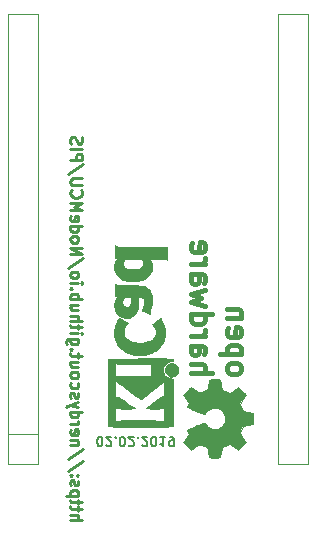
<source format=gbr>
G04 #@! TF.GenerationSoftware,KiCad,Pcbnew,5.1.5-52549c5~85~ubuntu18.04.1*
G04 #@! TF.CreationDate,2020-03-29T12:38:49+00:00*
G04 #@! TF.ProjectId,PIS,5049532e-6b69-4636-9164-5f7063625858,rev?*
G04 #@! TF.SameCoordinates,Original*
G04 #@! TF.FileFunction,Legend,Bot*
G04 #@! TF.FilePolarity,Positive*
%FSLAX46Y46*%
G04 Gerber Fmt 4.6, Leading zero omitted, Abs format (unit mm)*
G04 Created by KiCad (PCBNEW 5.1.5-52549c5~85~ubuntu18.04.1) date 2020-03-29 12:38:49*
%MOMM*%
%LPD*%
G04 APERTURE LIST*
%ADD10C,0.150000*%
%ADD11C,0.400000*%
%ADD12C,0.250000*%
%ADD13C,0.010000*%
%ADD14C,0.120000*%
G04 APERTURE END LIST*
D10*
X127724285Y-144583095D02*
X127800476Y-144583095D01*
X127876666Y-144545000D01*
X127914761Y-144506904D01*
X127952857Y-144430714D01*
X127990952Y-144278333D01*
X127990952Y-144087857D01*
X127952857Y-143935476D01*
X127914761Y-143859285D01*
X127876666Y-143821190D01*
X127800476Y-143783095D01*
X127724285Y-143783095D01*
X127648095Y-143821190D01*
X127610000Y-143859285D01*
X127571904Y-143935476D01*
X127533809Y-144087857D01*
X127533809Y-144278333D01*
X127571904Y-144430714D01*
X127610000Y-144506904D01*
X127648095Y-144545000D01*
X127724285Y-144583095D01*
X128295714Y-144506904D02*
X128333809Y-144545000D01*
X128410000Y-144583095D01*
X128600476Y-144583095D01*
X128676666Y-144545000D01*
X128714761Y-144506904D01*
X128752857Y-144430714D01*
X128752857Y-144354523D01*
X128714761Y-144240238D01*
X128257619Y-143783095D01*
X128752857Y-143783095D01*
X129095714Y-143859285D02*
X129133809Y-143821190D01*
X129095714Y-143783095D01*
X129057619Y-143821190D01*
X129095714Y-143859285D01*
X129095714Y-143783095D01*
X129629047Y-144583095D02*
X129705238Y-144583095D01*
X129781428Y-144545000D01*
X129819523Y-144506904D01*
X129857619Y-144430714D01*
X129895714Y-144278333D01*
X129895714Y-144087857D01*
X129857619Y-143935476D01*
X129819523Y-143859285D01*
X129781428Y-143821190D01*
X129705238Y-143783095D01*
X129629047Y-143783095D01*
X129552857Y-143821190D01*
X129514761Y-143859285D01*
X129476666Y-143935476D01*
X129438571Y-144087857D01*
X129438571Y-144278333D01*
X129476666Y-144430714D01*
X129514761Y-144506904D01*
X129552857Y-144545000D01*
X129629047Y-144583095D01*
X130200476Y-144506904D02*
X130238571Y-144545000D01*
X130314761Y-144583095D01*
X130505238Y-144583095D01*
X130581428Y-144545000D01*
X130619523Y-144506904D01*
X130657619Y-144430714D01*
X130657619Y-144354523D01*
X130619523Y-144240238D01*
X130162380Y-143783095D01*
X130657619Y-143783095D01*
X131000476Y-143859285D02*
X131038571Y-143821190D01*
X131000476Y-143783095D01*
X130962380Y-143821190D01*
X131000476Y-143859285D01*
X131000476Y-143783095D01*
X131343333Y-144506904D02*
X131381428Y-144545000D01*
X131457619Y-144583095D01*
X131648095Y-144583095D01*
X131724285Y-144545000D01*
X131762380Y-144506904D01*
X131800476Y-144430714D01*
X131800476Y-144354523D01*
X131762380Y-144240238D01*
X131305238Y-143783095D01*
X131800476Y-143783095D01*
X132295714Y-144583095D02*
X132371904Y-144583095D01*
X132448095Y-144545000D01*
X132486190Y-144506904D01*
X132524285Y-144430714D01*
X132562380Y-144278333D01*
X132562380Y-144087857D01*
X132524285Y-143935476D01*
X132486190Y-143859285D01*
X132448095Y-143821190D01*
X132371904Y-143783095D01*
X132295714Y-143783095D01*
X132219523Y-143821190D01*
X132181428Y-143859285D01*
X132143333Y-143935476D01*
X132105238Y-144087857D01*
X132105238Y-144278333D01*
X132143333Y-144430714D01*
X132181428Y-144506904D01*
X132219523Y-144545000D01*
X132295714Y-144583095D01*
X133324285Y-143783095D02*
X132867142Y-143783095D01*
X133095714Y-143783095D02*
X133095714Y-144583095D01*
X133019523Y-144468809D01*
X132943333Y-144392619D01*
X132867142Y-144354523D01*
X133705238Y-143783095D02*
X133857619Y-143783095D01*
X133933809Y-143821190D01*
X133971904Y-143859285D01*
X134048095Y-143973571D01*
X134086190Y-144125952D01*
X134086190Y-144430714D01*
X134048095Y-144506904D01*
X134010000Y-144545000D01*
X133933809Y-144583095D01*
X133781428Y-144583095D01*
X133705238Y-144545000D01*
X133667142Y-144506904D01*
X133629047Y-144430714D01*
X133629047Y-144240238D01*
X133667142Y-144164047D01*
X133705238Y-144125952D01*
X133781428Y-144087857D01*
X133933809Y-144087857D01*
X134010000Y-144125952D01*
X134048095Y-144164047D01*
X134086190Y-144240238D01*
D11*
X138515833Y-138138333D02*
X138599166Y-138305000D01*
X138682500Y-138388333D01*
X138849166Y-138471666D01*
X139349166Y-138471666D01*
X139515833Y-138388333D01*
X139599166Y-138305000D01*
X139682500Y-138138333D01*
X139682500Y-137888333D01*
X139599166Y-137721666D01*
X139515833Y-137638333D01*
X139349166Y-137555000D01*
X138849166Y-137555000D01*
X138682500Y-137638333D01*
X138599166Y-137721666D01*
X138515833Y-137888333D01*
X138515833Y-138138333D01*
X139682500Y-136805000D02*
X137932500Y-136805000D01*
X139599166Y-136805000D02*
X139682500Y-136638333D01*
X139682500Y-136305000D01*
X139599166Y-136138333D01*
X139515833Y-136055000D01*
X139349166Y-135971666D01*
X138849166Y-135971666D01*
X138682500Y-136055000D01*
X138599166Y-136138333D01*
X138515833Y-136305000D01*
X138515833Y-136638333D01*
X138599166Y-136805000D01*
X138599166Y-134555000D02*
X138515833Y-134721666D01*
X138515833Y-135055000D01*
X138599166Y-135221666D01*
X138765833Y-135305000D01*
X139432500Y-135305000D01*
X139599166Y-135221666D01*
X139682500Y-135055000D01*
X139682500Y-134721666D01*
X139599166Y-134555000D01*
X139432500Y-134471666D01*
X139265833Y-134471666D01*
X139099166Y-135305000D01*
X139682500Y-133721666D02*
X138515833Y-133721666D01*
X139515833Y-133721666D02*
X139599166Y-133638333D01*
X139682500Y-133471666D01*
X139682500Y-133221666D01*
X139599166Y-133055000D01*
X139432500Y-132971666D01*
X138515833Y-132971666D01*
X135490833Y-138388333D02*
X137240833Y-138388333D01*
X135490833Y-137638333D02*
X136407500Y-137638333D01*
X136574166Y-137721666D01*
X136657500Y-137888333D01*
X136657500Y-138138333D01*
X136574166Y-138305000D01*
X136490833Y-138388333D01*
X135490833Y-136055000D02*
X136407500Y-136055000D01*
X136574166Y-136138333D01*
X136657500Y-136305000D01*
X136657500Y-136638333D01*
X136574166Y-136805000D01*
X135574166Y-136055000D02*
X135490833Y-136221666D01*
X135490833Y-136638333D01*
X135574166Y-136805000D01*
X135740833Y-136888333D01*
X135907500Y-136888333D01*
X136074166Y-136805000D01*
X136157500Y-136638333D01*
X136157500Y-136221666D01*
X136240833Y-136055000D01*
X135490833Y-135221666D02*
X136657500Y-135221666D01*
X136324166Y-135221666D02*
X136490833Y-135138333D01*
X136574166Y-135055000D01*
X136657500Y-134888333D01*
X136657500Y-134721666D01*
X135490833Y-133388333D02*
X137240833Y-133388333D01*
X135574166Y-133388333D02*
X135490833Y-133555000D01*
X135490833Y-133888333D01*
X135574166Y-134055000D01*
X135657500Y-134138333D01*
X135824166Y-134221666D01*
X136324166Y-134221666D01*
X136490833Y-134138333D01*
X136574166Y-134055000D01*
X136657500Y-133888333D01*
X136657500Y-133555000D01*
X136574166Y-133388333D01*
X136657500Y-132721666D02*
X135490833Y-132388333D01*
X136324166Y-132055000D01*
X135490833Y-131721666D01*
X136657500Y-131388333D01*
X135490833Y-129971666D02*
X136407500Y-129971666D01*
X136574166Y-130055000D01*
X136657500Y-130221666D01*
X136657500Y-130555000D01*
X136574166Y-130721666D01*
X135574166Y-129971666D02*
X135490833Y-130138333D01*
X135490833Y-130555000D01*
X135574166Y-130721666D01*
X135740833Y-130805000D01*
X135907500Y-130805000D01*
X136074166Y-130721666D01*
X136157500Y-130555000D01*
X136157500Y-130138333D01*
X136240833Y-129971666D01*
X135490833Y-129138333D02*
X136657500Y-129138333D01*
X136324166Y-129138333D02*
X136490833Y-129055000D01*
X136574166Y-128971666D01*
X136657500Y-128805000D01*
X136657500Y-128638333D01*
X135574166Y-127388333D02*
X135490833Y-127555000D01*
X135490833Y-127888333D01*
X135574166Y-128055000D01*
X135740833Y-128138333D01*
X136407500Y-128138333D01*
X136574166Y-128055000D01*
X136657500Y-127888333D01*
X136657500Y-127555000D01*
X136574166Y-127388333D01*
X136407500Y-127305000D01*
X136240833Y-127305000D01*
X136074166Y-128138333D01*
D12*
X125277619Y-150810476D02*
X126277619Y-150810476D01*
X125277619Y-150381904D02*
X125801428Y-150381904D01*
X125896666Y-150429523D01*
X125944285Y-150524761D01*
X125944285Y-150667619D01*
X125896666Y-150762857D01*
X125849047Y-150810476D01*
X125944285Y-150048571D02*
X125944285Y-149667619D01*
X126277619Y-149905714D02*
X125420476Y-149905714D01*
X125325238Y-149858095D01*
X125277619Y-149762857D01*
X125277619Y-149667619D01*
X125944285Y-149477142D02*
X125944285Y-149096190D01*
X126277619Y-149334285D02*
X125420476Y-149334285D01*
X125325238Y-149286666D01*
X125277619Y-149191428D01*
X125277619Y-149096190D01*
X125944285Y-148762857D02*
X124944285Y-148762857D01*
X125896666Y-148762857D02*
X125944285Y-148667619D01*
X125944285Y-148477142D01*
X125896666Y-148381904D01*
X125849047Y-148334285D01*
X125753809Y-148286666D01*
X125468095Y-148286666D01*
X125372857Y-148334285D01*
X125325238Y-148381904D01*
X125277619Y-148477142D01*
X125277619Y-148667619D01*
X125325238Y-148762857D01*
X125325238Y-147905714D02*
X125277619Y-147810476D01*
X125277619Y-147620000D01*
X125325238Y-147524761D01*
X125420476Y-147477142D01*
X125468095Y-147477142D01*
X125563333Y-147524761D01*
X125610952Y-147620000D01*
X125610952Y-147762857D01*
X125658571Y-147858095D01*
X125753809Y-147905714D01*
X125801428Y-147905714D01*
X125896666Y-147858095D01*
X125944285Y-147762857D01*
X125944285Y-147620000D01*
X125896666Y-147524761D01*
X125372857Y-147048571D02*
X125325238Y-147000952D01*
X125277619Y-147048571D01*
X125325238Y-147096190D01*
X125372857Y-147048571D01*
X125277619Y-147048571D01*
X125896666Y-147048571D02*
X125849047Y-147000952D01*
X125801428Y-147048571D01*
X125849047Y-147096190D01*
X125896666Y-147048571D01*
X125801428Y-147048571D01*
X126325238Y-145858095D02*
X125039523Y-146715238D01*
X126325238Y-144810476D02*
X125039523Y-145667619D01*
X125944285Y-144477142D02*
X125277619Y-144477142D01*
X125849047Y-144477142D02*
X125896666Y-144429523D01*
X125944285Y-144334285D01*
X125944285Y-144191428D01*
X125896666Y-144096190D01*
X125801428Y-144048571D01*
X125277619Y-144048571D01*
X125325238Y-143191428D02*
X125277619Y-143286666D01*
X125277619Y-143477142D01*
X125325238Y-143572380D01*
X125420476Y-143620000D01*
X125801428Y-143620000D01*
X125896666Y-143572380D01*
X125944285Y-143477142D01*
X125944285Y-143286666D01*
X125896666Y-143191428D01*
X125801428Y-143143809D01*
X125706190Y-143143809D01*
X125610952Y-143620000D01*
X125277619Y-142715238D02*
X125944285Y-142715238D01*
X125753809Y-142715238D02*
X125849047Y-142667619D01*
X125896666Y-142620000D01*
X125944285Y-142524761D01*
X125944285Y-142429523D01*
X125277619Y-141667619D02*
X126277619Y-141667619D01*
X125325238Y-141667619D02*
X125277619Y-141762857D01*
X125277619Y-141953333D01*
X125325238Y-142048571D01*
X125372857Y-142096190D01*
X125468095Y-142143809D01*
X125753809Y-142143809D01*
X125849047Y-142096190D01*
X125896666Y-142048571D01*
X125944285Y-141953333D01*
X125944285Y-141762857D01*
X125896666Y-141667619D01*
X125944285Y-141286666D02*
X125277619Y-141048571D01*
X125944285Y-140810476D02*
X125277619Y-141048571D01*
X125039523Y-141143809D01*
X124991904Y-141191428D01*
X124944285Y-141286666D01*
X125325238Y-140477142D02*
X125277619Y-140381904D01*
X125277619Y-140191428D01*
X125325238Y-140096190D01*
X125420476Y-140048571D01*
X125468095Y-140048571D01*
X125563333Y-140096190D01*
X125610952Y-140191428D01*
X125610952Y-140334285D01*
X125658571Y-140429523D01*
X125753809Y-140477142D01*
X125801428Y-140477142D01*
X125896666Y-140429523D01*
X125944285Y-140334285D01*
X125944285Y-140191428D01*
X125896666Y-140096190D01*
X125325238Y-139191428D02*
X125277619Y-139286666D01*
X125277619Y-139477142D01*
X125325238Y-139572380D01*
X125372857Y-139620000D01*
X125468095Y-139667619D01*
X125753809Y-139667619D01*
X125849047Y-139620000D01*
X125896666Y-139572380D01*
X125944285Y-139477142D01*
X125944285Y-139286666D01*
X125896666Y-139191428D01*
X125277619Y-138620000D02*
X125325238Y-138715238D01*
X125372857Y-138762857D01*
X125468095Y-138810476D01*
X125753809Y-138810476D01*
X125849047Y-138762857D01*
X125896666Y-138715238D01*
X125944285Y-138620000D01*
X125944285Y-138477142D01*
X125896666Y-138381904D01*
X125849047Y-138334285D01*
X125753809Y-138286666D01*
X125468095Y-138286666D01*
X125372857Y-138334285D01*
X125325238Y-138381904D01*
X125277619Y-138477142D01*
X125277619Y-138620000D01*
X125944285Y-137429523D02*
X125277619Y-137429523D01*
X125944285Y-137858095D02*
X125420476Y-137858095D01*
X125325238Y-137810476D01*
X125277619Y-137715238D01*
X125277619Y-137572380D01*
X125325238Y-137477142D01*
X125372857Y-137429523D01*
X125944285Y-137096190D02*
X125944285Y-136715238D01*
X126277619Y-136953333D02*
X125420476Y-136953333D01*
X125325238Y-136905714D01*
X125277619Y-136810476D01*
X125277619Y-136715238D01*
X125372857Y-136381904D02*
X125325238Y-136334285D01*
X125277619Y-136381904D01*
X125325238Y-136429523D01*
X125372857Y-136381904D01*
X125277619Y-136381904D01*
X125944285Y-135477142D02*
X125134761Y-135477142D01*
X125039523Y-135524761D01*
X124991904Y-135572380D01*
X124944285Y-135667619D01*
X124944285Y-135810476D01*
X124991904Y-135905714D01*
X125325238Y-135477142D02*
X125277619Y-135572380D01*
X125277619Y-135762857D01*
X125325238Y-135858095D01*
X125372857Y-135905714D01*
X125468095Y-135953333D01*
X125753809Y-135953333D01*
X125849047Y-135905714D01*
X125896666Y-135858095D01*
X125944285Y-135762857D01*
X125944285Y-135572380D01*
X125896666Y-135477142D01*
X125277619Y-135000952D02*
X125944285Y-135000952D01*
X126277619Y-135000952D02*
X126230000Y-135048571D01*
X126182380Y-135000952D01*
X126230000Y-134953333D01*
X126277619Y-135000952D01*
X126182380Y-135000952D01*
X125944285Y-134667619D02*
X125944285Y-134286666D01*
X126277619Y-134524761D02*
X125420476Y-134524761D01*
X125325238Y-134477142D01*
X125277619Y-134381904D01*
X125277619Y-134286666D01*
X125277619Y-133953333D02*
X126277619Y-133953333D01*
X125277619Y-133524761D02*
X125801428Y-133524761D01*
X125896666Y-133572380D01*
X125944285Y-133667619D01*
X125944285Y-133810476D01*
X125896666Y-133905714D01*
X125849047Y-133953333D01*
X125944285Y-132620000D02*
X125277619Y-132620000D01*
X125944285Y-133048571D02*
X125420476Y-133048571D01*
X125325238Y-133000952D01*
X125277619Y-132905714D01*
X125277619Y-132762857D01*
X125325238Y-132667619D01*
X125372857Y-132620000D01*
X125277619Y-132143809D02*
X126277619Y-132143809D01*
X125896666Y-132143809D02*
X125944285Y-132048571D01*
X125944285Y-131858095D01*
X125896666Y-131762857D01*
X125849047Y-131715238D01*
X125753809Y-131667619D01*
X125468095Y-131667619D01*
X125372857Y-131715238D01*
X125325238Y-131762857D01*
X125277619Y-131858095D01*
X125277619Y-132048571D01*
X125325238Y-132143809D01*
X125372857Y-131239047D02*
X125325238Y-131191428D01*
X125277619Y-131239047D01*
X125325238Y-131286666D01*
X125372857Y-131239047D01*
X125277619Y-131239047D01*
X125277619Y-130762857D02*
X125944285Y-130762857D01*
X126277619Y-130762857D02*
X126230000Y-130810476D01*
X126182380Y-130762857D01*
X126230000Y-130715238D01*
X126277619Y-130762857D01*
X126182380Y-130762857D01*
X125277619Y-130143809D02*
X125325238Y-130239047D01*
X125372857Y-130286666D01*
X125468095Y-130334285D01*
X125753809Y-130334285D01*
X125849047Y-130286666D01*
X125896666Y-130239047D01*
X125944285Y-130143809D01*
X125944285Y-130000952D01*
X125896666Y-129905714D01*
X125849047Y-129858095D01*
X125753809Y-129810476D01*
X125468095Y-129810476D01*
X125372857Y-129858095D01*
X125325238Y-129905714D01*
X125277619Y-130000952D01*
X125277619Y-130143809D01*
X126325238Y-128667619D02*
X125039523Y-129524761D01*
X125277619Y-128334285D02*
X126277619Y-128334285D01*
X125277619Y-127762857D01*
X126277619Y-127762857D01*
X125277619Y-127143809D02*
X125325238Y-127239047D01*
X125372857Y-127286666D01*
X125468095Y-127334285D01*
X125753809Y-127334285D01*
X125849047Y-127286666D01*
X125896666Y-127239047D01*
X125944285Y-127143809D01*
X125944285Y-127000952D01*
X125896666Y-126905714D01*
X125849047Y-126858095D01*
X125753809Y-126810476D01*
X125468095Y-126810476D01*
X125372857Y-126858095D01*
X125325238Y-126905714D01*
X125277619Y-127000952D01*
X125277619Y-127143809D01*
X125277619Y-125953333D02*
X126277619Y-125953333D01*
X125325238Y-125953333D02*
X125277619Y-126048571D01*
X125277619Y-126239047D01*
X125325238Y-126334285D01*
X125372857Y-126381904D01*
X125468095Y-126429523D01*
X125753809Y-126429523D01*
X125849047Y-126381904D01*
X125896666Y-126334285D01*
X125944285Y-126239047D01*
X125944285Y-126048571D01*
X125896666Y-125953333D01*
X125325238Y-125096190D02*
X125277619Y-125191428D01*
X125277619Y-125381904D01*
X125325238Y-125477142D01*
X125420476Y-125524761D01*
X125801428Y-125524761D01*
X125896666Y-125477142D01*
X125944285Y-125381904D01*
X125944285Y-125191428D01*
X125896666Y-125096190D01*
X125801428Y-125048571D01*
X125706190Y-125048571D01*
X125610952Y-125524761D01*
X125277619Y-124620000D02*
X126277619Y-124620000D01*
X125563333Y-124286666D01*
X126277619Y-123953333D01*
X125277619Y-123953333D01*
X125372857Y-122905714D02*
X125325238Y-122953333D01*
X125277619Y-123096190D01*
X125277619Y-123191428D01*
X125325238Y-123334285D01*
X125420476Y-123429523D01*
X125515714Y-123477142D01*
X125706190Y-123524761D01*
X125849047Y-123524761D01*
X126039523Y-123477142D01*
X126134761Y-123429523D01*
X126230000Y-123334285D01*
X126277619Y-123191428D01*
X126277619Y-123096190D01*
X126230000Y-122953333D01*
X126182380Y-122905714D01*
X126277619Y-122477142D02*
X125468095Y-122477142D01*
X125372857Y-122429523D01*
X125325238Y-122381904D01*
X125277619Y-122286666D01*
X125277619Y-122096190D01*
X125325238Y-122000952D01*
X125372857Y-121953333D01*
X125468095Y-121905714D01*
X126277619Y-121905714D01*
X126325238Y-120715238D02*
X125039523Y-121572380D01*
X125277619Y-120381904D02*
X126277619Y-120381904D01*
X126277619Y-120000952D01*
X126230000Y-119905714D01*
X126182380Y-119858095D01*
X126087142Y-119810476D01*
X125944285Y-119810476D01*
X125849047Y-119858095D01*
X125801428Y-119905714D01*
X125753809Y-120000952D01*
X125753809Y-120381904D01*
X125277619Y-119381904D02*
X126277619Y-119381904D01*
X125325238Y-118953333D02*
X125277619Y-118810476D01*
X125277619Y-118572380D01*
X125325238Y-118477142D01*
X125372857Y-118429523D01*
X125468095Y-118381904D01*
X125563333Y-118381904D01*
X125658571Y-118429523D01*
X125706190Y-118477142D01*
X125753809Y-118572380D01*
X125801428Y-118762857D01*
X125849047Y-118858095D01*
X125896666Y-118905714D01*
X125991904Y-118953333D01*
X126087142Y-118953333D01*
X126182380Y-118905714D01*
X126230000Y-118858095D01*
X126277619Y-118762857D01*
X126277619Y-118524761D01*
X126230000Y-118381904D01*
D13*
G36*
X134408510Y-137981079D02*
G01*
X134372762Y-137877973D01*
X134316493Y-137781978D01*
X134239712Y-137696247D01*
X134142427Y-137623930D01*
X134081108Y-137591445D01*
X133995340Y-137563332D01*
X133896323Y-137549705D01*
X133794529Y-137551214D01*
X133702286Y-137567969D01*
X133589568Y-137613763D01*
X133491793Y-137680168D01*
X133410885Y-137763809D01*
X133348768Y-137861312D01*
X133307366Y-137969300D01*
X133288603Y-138084399D01*
X133294402Y-138203234D01*
X133306794Y-138261811D01*
X133351203Y-138375972D01*
X133418967Y-138477365D01*
X133507999Y-138563545D01*
X133616209Y-138632066D01*
X133628027Y-138637864D01*
X133672372Y-138657904D01*
X133709720Y-138670487D01*
X133749120Y-138677319D01*
X133799619Y-138680105D01*
X133854567Y-138680568D01*
X133920585Y-138679803D01*
X133968311Y-138676352D01*
X134006897Y-138668477D01*
X134045494Y-138654443D01*
X134083574Y-138637120D01*
X134191672Y-138572505D01*
X134279197Y-138492934D01*
X134346159Y-138401560D01*
X134392564Y-138301536D01*
X134418419Y-138196012D01*
X134423732Y-138088142D01*
X134408510Y-137981079D01*
G37*
X134408510Y-137981079D02*
X134372762Y-137877973D01*
X134316493Y-137781978D01*
X134239712Y-137696247D01*
X134142427Y-137623930D01*
X134081108Y-137591445D01*
X133995340Y-137563332D01*
X133896323Y-137549705D01*
X133794529Y-137551214D01*
X133702286Y-137567969D01*
X133589568Y-137613763D01*
X133491793Y-137680168D01*
X133410885Y-137763809D01*
X133348768Y-137861312D01*
X133307366Y-137969300D01*
X133288603Y-138084399D01*
X133294402Y-138203234D01*
X133306794Y-138261811D01*
X133351203Y-138375972D01*
X133418967Y-138477365D01*
X133507999Y-138563545D01*
X133616209Y-138632066D01*
X133628027Y-138637864D01*
X133672372Y-138657904D01*
X133709720Y-138670487D01*
X133749120Y-138677319D01*
X133799619Y-138680105D01*
X133854567Y-138680568D01*
X133920585Y-138679803D01*
X133968311Y-138676352D01*
X134006897Y-138668477D01*
X134045494Y-138654443D01*
X134083574Y-138637120D01*
X134191672Y-138572505D01*
X134279197Y-138492934D01*
X134346159Y-138401560D01*
X134392564Y-138301536D01*
X134418419Y-138196012D01*
X134423732Y-138088142D01*
X134408510Y-137981079D01*
G36*
X133488175Y-128412730D02*
G01*
X133487696Y-128295959D01*
X133487455Y-128256271D01*
X133483865Y-127710514D01*
X131390081Y-127703649D01*
X131106158Y-127702742D01*
X130848360Y-127701938D01*
X130615354Y-127701185D01*
X130405806Y-127700431D01*
X130218382Y-127699625D01*
X130051750Y-127698715D01*
X129904575Y-127697649D01*
X129775523Y-127696376D01*
X129663261Y-127694844D01*
X129566456Y-127693002D01*
X129483774Y-127690797D01*
X129413881Y-127688178D01*
X129355443Y-127685094D01*
X129307128Y-127681492D01*
X129267600Y-127677322D01*
X129235527Y-127672531D01*
X129209576Y-127667069D01*
X129188411Y-127660882D01*
X129170701Y-127653920D01*
X129155111Y-127646131D01*
X129140307Y-127637463D01*
X129124956Y-127627865D01*
X129107724Y-127617285D01*
X129104054Y-127615116D01*
X129041969Y-127578732D01*
X129045566Y-128104569D01*
X129049162Y-128630406D01*
X129164669Y-128637271D01*
X129220101Y-128641008D01*
X129252149Y-128644903D01*
X129264865Y-128650189D01*
X129262304Y-128658097D01*
X129254976Y-128664730D01*
X129228286Y-128693626D01*
X129193979Y-128740721D01*
X129156154Y-128799380D01*
X129118910Y-128862969D01*
X129086347Y-128924851D01*
X129064923Y-128972366D01*
X129029717Y-129083684D01*
X129004778Y-129211404D01*
X128991059Y-129346099D01*
X128989514Y-129478337D01*
X129001094Y-129598692D01*
X129001426Y-129600674D01*
X129042750Y-129765359D01*
X129108588Y-129919521D01*
X129197526Y-130061672D01*
X129308148Y-130190325D01*
X129439039Y-130303993D01*
X129588784Y-130401190D01*
X129755967Y-130480428D01*
X129879810Y-130523570D01*
X129983419Y-130552021D01*
X130083748Y-130573120D01*
X130186891Y-130587512D01*
X130298943Y-130595842D01*
X130425999Y-130598755D01*
X130529748Y-130597465D01*
X130529748Y-129584350D01*
X130355778Y-129579556D01*
X130206105Y-129564432D01*
X130079403Y-129538515D01*
X129974342Y-129501337D01*
X129889594Y-129452435D01*
X129823831Y-129391342D01*
X129777341Y-129320823D01*
X129759986Y-129284129D01*
X129749581Y-129252304D01*
X129744821Y-129216823D01*
X129744399Y-129169159D01*
X129746252Y-129117811D01*
X129755159Y-129016831D01*
X129772602Y-128936965D01*
X129781339Y-128911865D01*
X129807143Y-128854552D01*
X129839547Y-128794103D01*
X129855767Y-128767703D01*
X129900795Y-128699054D01*
X131328018Y-128699054D01*
X131373282Y-128774568D01*
X131424428Y-128879879D01*
X131454676Y-128987475D01*
X131464205Y-129093419D01*
X131453193Y-129193776D01*
X131421819Y-129284613D01*
X131370260Y-129361993D01*
X131345512Y-129386961D01*
X131264423Y-129447144D01*
X131166266Y-129495855D01*
X131049357Y-129533501D01*
X130912015Y-129560488D01*
X130752556Y-129577225D01*
X130569300Y-129584117D01*
X130529748Y-129584350D01*
X130529748Y-130597465D01*
X130572933Y-130596927D01*
X130798947Y-130585353D01*
X131002808Y-130562080D01*
X131187487Y-130526496D01*
X131355952Y-130477987D01*
X131511174Y-130415940D01*
X131557192Y-130393799D01*
X131707261Y-130304615D01*
X131840623Y-130196841D01*
X131955123Y-130073010D01*
X132048611Y-129935658D01*
X132118932Y-129787317D01*
X132147940Y-129698396D01*
X132165160Y-129611067D01*
X132175406Y-129505989D01*
X132178682Y-129391971D01*
X132174991Y-129277823D01*
X132164340Y-129172352D01*
X132147630Y-129087666D01*
X132114860Y-128986872D01*
X132072721Y-128889178D01*
X132025481Y-128803704D01*
X131993419Y-128758211D01*
X131969578Y-128726831D01*
X131955061Y-128704858D01*
X131953000Y-128699859D01*
X131966282Y-128698310D01*
X132004337Y-128696865D01*
X132064481Y-128695557D01*
X132144027Y-128694417D01*
X132240289Y-128693479D01*
X132350581Y-128692774D01*
X132472219Y-128692333D01*
X132596115Y-128692189D01*
X132754804Y-128692270D01*
X132888592Y-128692665D01*
X133000040Y-128693605D01*
X133091705Y-128695320D01*
X133166147Y-128698043D01*
X133225925Y-128702003D01*
X133273598Y-128707431D01*
X133311726Y-128714559D01*
X133342866Y-128723616D01*
X133369579Y-128734833D01*
X133394423Y-128748442D01*
X133419957Y-128764672D01*
X133423119Y-128766760D01*
X133456190Y-128787694D01*
X133478931Y-128800333D01*
X133483728Y-128802027D01*
X133485241Y-128788784D01*
X133486472Y-128750998D01*
X133487401Y-128691584D01*
X133488008Y-128613458D01*
X133488273Y-128519535D01*
X133488175Y-128412730D01*
G37*
X133488175Y-128412730D02*
X133487696Y-128295959D01*
X133487455Y-128256271D01*
X133483865Y-127710514D01*
X131390081Y-127703649D01*
X131106158Y-127702742D01*
X130848360Y-127701938D01*
X130615354Y-127701185D01*
X130405806Y-127700431D01*
X130218382Y-127699625D01*
X130051750Y-127698715D01*
X129904575Y-127697649D01*
X129775523Y-127696376D01*
X129663261Y-127694844D01*
X129566456Y-127693002D01*
X129483774Y-127690797D01*
X129413881Y-127688178D01*
X129355443Y-127685094D01*
X129307128Y-127681492D01*
X129267600Y-127677322D01*
X129235527Y-127672531D01*
X129209576Y-127667069D01*
X129188411Y-127660882D01*
X129170701Y-127653920D01*
X129155111Y-127646131D01*
X129140307Y-127637463D01*
X129124956Y-127627865D01*
X129107724Y-127617285D01*
X129104054Y-127615116D01*
X129041969Y-127578732D01*
X129045566Y-128104569D01*
X129049162Y-128630406D01*
X129164669Y-128637271D01*
X129220101Y-128641008D01*
X129252149Y-128644903D01*
X129264865Y-128650189D01*
X129262304Y-128658097D01*
X129254976Y-128664730D01*
X129228286Y-128693626D01*
X129193979Y-128740721D01*
X129156154Y-128799380D01*
X129118910Y-128862969D01*
X129086347Y-128924851D01*
X129064923Y-128972366D01*
X129029717Y-129083684D01*
X129004778Y-129211404D01*
X128991059Y-129346099D01*
X128989514Y-129478337D01*
X129001094Y-129598692D01*
X129001426Y-129600674D01*
X129042750Y-129765359D01*
X129108588Y-129919521D01*
X129197526Y-130061672D01*
X129308148Y-130190325D01*
X129439039Y-130303993D01*
X129588784Y-130401190D01*
X129755967Y-130480428D01*
X129879810Y-130523570D01*
X129983419Y-130552021D01*
X130083748Y-130573120D01*
X130186891Y-130587512D01*
X130298943Y-130595842D01*
X130425999Y-130598755D01*
X130529748Y-130597465D01*
X130529748Y-129584350D01*
X130355778Y-129579556D01*
X130206105Y-129564432D01*
X130079403Y-129538515D01*
X129974342Y-129501337D01*
X129889594Y-129452435D01*
X129823831Y-129391342D01*
X129777341Y-129320823D01*
X129759986Y-129284129D01*
X129749581Y-129252304D01*
X129744821Y-129216823D01*
X129744399Y-129169159D01*
X129746252Y-129117811D01*
X129755159Y-129016831D01*
X129772602Y-128936965D01*
X129781339Y-128911865D01*
X129807143Y-128854552D01*
X129839547Y-128794103D01*
X129855767Y-128767703D01*
X129900795Y-128699054D01*
X131328018Y-128699054D01*
X131373282Y-128774568D01*
X131424428Y-128879879D01*
X131454676Y-128987475D01*
X131464205Y-129093419D01*
X131453193Y-129193776D01*
X131421819Y-129284613D01*
X131370260Y-129361993D01*
X131345512Y-129386961D01*
X131264423Y-129447144D01*
X131166266Y-129495855D01*
X131049357Y-129533501D01*
X130912015Y-129560488D01*
X130752556Y-129577225D01*
X130569300Y-129584117D01*
X130529748Y-129584350D01*
X130529748Y-130597465D01*
X130572933Y-130596927D01*
X130798947Y-130585353D01*
X131002808Y-130562080D01*
X131187487Y-130526496D01*
X131355952Y-130477987D01*
X131511174Y-130415940D01*
X131557192Y-130393799D01*
X131707261Y-130304615D01*
X131840623Y-130196841D01*
X131955123Y-130073010D01*
X132048611Y-129935658D01*
X132118932Y-129787317D01*
X132147940Y-129698396D01*
X132165160Y-129611067D01*
X132175406Y-129505989D01*
X132178682Y-129391971D01*
X132174991Y-129277823D01*
X132164340Y-129172352D01*
X132147630Y-129087666D01*
X132114860Y-128986872D01*
X132072721Y-128889178D01*
X132025481Y-128803704D01*
X131993419Y-128758211D01*
X131969578Y-128726831D01*
X131955061Y-128704858D01*
X131953000Y-128699859D01*
X131966282Y-128698310D01*
X132004337Y-128696865D01*
X132064481Y-128695557D01*
X132144027Y-128694417D01*
X132240289Y-128693479D01*
X132350581Y-128692774D01*
X132472219Y-128692333D01*
X132596115Y-128692189D01*
X132754804Y-128692270D01*
X132888592Y-128692665D01*
X133000040Y-128693605D01*
X133091705Y-128695320D01*
X133166147Y-128698043D01*
X133225925Y-128702003D01*
X133273598Y-128707431D01*
X133311726Y-128714559D01*
X133342866Y-128723616D01*
X133369579Y-128734833D01*
X133394423Y-128748442D01*
X133419957Y-128764672D01*
X133423119Y-128766760D01*
X133456190Y-128787694D01*
X133478931Y-128800333D01*
X133483728Y-128802027D01*
X133485241Y-128788784D01*
X133486472Y-128750998D01*
X133487401Y-128691584D01*
X133488008Y-128613458D01*
X133488273Y-128519535D01*
X133488175Y-128412730D01*
G36*
X132180771Y-132087495D02*
G01*
X132175622Y-132019469D01*
X132149727Y-131824837D01*
X132108425Y-131652471D01*
X132051147Y-131501530D01*
X131977326Y-131371175D01*
X131886392Y-131260566D01*
X131777778Y-131168865D01*
X131650915Y-131095230D01*
X131513648Y-131041461D01*
X131469863Y-131027813D01*
X131428859Y-131015927D01*
X131388431Y-131005666D01*
X131346370Y-130996887D01*
X131300469Y-130989452D01*
X131248520Y-130983220D01*
X131188315Y-130978050D01*
X131117648Y-130973804D01*
X131034311Y-130970340D01*
X130936095Y-130967519D01*
X130820795Y-130965200D01*
X130686201Y-130963243D01*
X130530107Y-130961509D01*
X130350305Y-130959857D01*
X130209324Y-130958676D01*
X129241378Y-130950730D01*
X129148230Y-130899244D01*
X129103355Y-130874863D01*
X129068499Y-130856720D01*
X129049946Y-130848065D01*
X129048689Y-130847757D01*
X129047251Y-130860986D01*
X129045926Y-130898674D01*
X129044751Y-130957817D01*
X129043763Y-131035414D01*
X129043001Y-131128464D01*
X129042500Y-131233965D01*
X129042299Y-131348916D01*
X129042297Y-131362622D01*
X129042297Y-131877487D01*
X129159000Y-131877487D01*
X129211740Y-131878365D01*
X129252074Y-131880708D01*
X129273700Y-131884079D01*
X129275702Y-131885569D01*
X129267317Y-131899196D01*
X129245308Y-131927243D01*
X129214399Y-131963697D01*
X129213684Y-131964515D01*
X129164157Y-132031038D01*
X129114425Y-132115052D01*
X129069374Y-132207063D01*
X129033890Y-132297579D01*
X129021764Y-132337433D01*
X129006363Y-132416745D01*
X128996535Y-132514065D01*
X128992420Y-132620484D01*
X128994159Y-132727093D01*
X129001892Y-132824983D01*
X129013019Y-132893487D01*
X129062352Y-133061480D01*
X129132658Y-133212719D01*
X129223067Y-133346218D01*
X129332705Y-133460994D01*
X129460701Y-133556063D01*
X129606182Y-133630440D01*
X129694459Y-133662526D01*
X129780261Y-133682635D01*
X129883264Y-133695962D01*
X129993966Y-133702128D01*
X130010075Y-133701926D01*
X130010075Y-132773352D01*
X129927816Y-132765652D01*
X129859454Y-132740011D01*
X129796030Y-132692622D01*
X129777433Y-132674421D01*
X129727154Y-132609718D01*
X129694944Y-132534934D01*
X129679352Y-132445338D01*
X129678204Y-132350988D01*
X129685784Y-132261499D01*
X129700611Y-132192982D01*
X129711747Y-132163225D01*
X129742096Y-132109592D01*
X129784779Y-132052765D01*
X129832683Y-132000918D01*
X129878699Y-131962222D01*
X129895579Y-131951946D01*
X129919218Y-131943958D01*
X129956832Y-131938279D01*
X130012015Y-131934644D01*
X130088360Y-131932789D01*
X130161019Y-131932406D01*
X130245730Y-131932665D01*
X130306982Y-131933713D01*
X130348773Y-131935955D01*
X130375101Y-131939794D01*
X130389965Y-131945635D01*
X130397361Y-131953882D01*
X130398539Y-131956433D01*
X130402167Y-131978600D01*
X130405134Y-132022320D01*
X130407173Y-132081689D01*
X130408017Y-132150804D01*
X130408018Y-132165811D01*
X130406543Y-132258195D01*
X130402158Y-132329568D01*
X130394262Y-132386281D01*
X130382730Y-132433128D01*
X130338785Y-132549331D01*
X130284757Y-132640457D01*
X130219781Y-132707295D01*
X130142995Y-132750635D01*
X130053533Y-132771266D01*
X130010075Y-132773352D01*
X130010075Y-133701926D01*
X130102867Y-133700756D01*
X130200464Y-133691468D01*
X130239895Y-133684223D01*
X130386299Y-133637961D01*
X130521005Y-133567616D01*
X130642720Y-133474516D01*
X130750153Y-133359988D01*
X130842012Y-133225360D01*
X130917004Y-133071960D01*
X130962542Y-132941541D01*
X130986467Y-132854377D01*
X131005057Y-132771004D01*
X131018916Y-132686024D01*
X131028649Y-132594035D01*
X131034859Y-132489638D01*
X131038149Y-132367432D01*
X131039076Y-132256945D01*
X131039973Y-131929323D01*
X131138453Y-131935599D01*
X131245305Y-131953421D01*
X131337148Y-131991333D01*
X131411690Y-132047720D01*
X131466636Y-132120969D01*
X131493448Y-132185465D01*
X131510346Y-132277877D01*
X131512773Y-132387889D01*
X131501622Y-132510344D01*
X131477790Y-132640086D01*
X131442170Y-132771958D01*
X131395657Y-132900802D01*
X131353117Y-132994434D01*
X131331272Y-133039483D01*
X131316016Y-133073844D01*
X131310063Y-133091319D01*
X131310254Y-133092267D01*
X131323588Y-133098297D01*
X131358932Y-133113355D01*
X131412899Y-133136023D01*
X131482104Y-133164885D01*
X131563160Y-133198523D01*
X131645882Y-133232716D01*
X131977197Y-133369414D01*
X131993167Y-133272180D01*
X132001180Y-133230036D01*
X132014639Y-133166681D01*
X132032321Y-133087543D01*
X132053004Y-132998049D01*
X132075468Y-132903627D01*
X132084597Y-132866027D01*
X132122326Y-132703363D01*
X132150612Y-132560950D01*
X132170028Y-132433473D01*
X132181146Y-132315616D01*
X132184536Y-132202062D01*
X132180771Y-132087495D01*
G37*
X132180771Y-132087495D02*
X132175622Y-132019469D01*
X132149727Y-131824837D01*
X132108425Y-131652471D01*
X132051147Y-131501530D01*
X131977326Y-131371175D01*
X131886392Y-131260566D01*
X131777778Y-131168865D01*
X131650915Y-131095230D01*
X131513648Y-131041461D01*
X131469863Y-131027813D01*
X131428859Y-131015927D01*
X131388431Y-131005666D01*
X131346370Y-130996887D01*
X131300469Y-130989452D01*
X131248520Y-130983220D01*
X131188315Y-130978050D01*
X131117648Y-130973804D01*
X131034311Y-130970340D01*
X130936095Y-130967519D01*
X130820795Y-130965200D01*
X130686201Y-130963243D01*
X130530107Y-130961509D01*
X130350305Y-130959857D01*
X130209324Y-130958676D01*
X129241378Y-130950730D01*
X129148230Y-130899244D01*
X129103355Y-130874863D01*
X129068499Y-130856720D01*
X129049946Y-130848065D01*
X129048689Y-130847757D01*
X129047251Y-130860986D01*
X129045926Y-130898674D01*
X129044751Y-130957817D01*
X129043763Y-131035414D01*
X129043001Y-131128464D01*
X129042500Y-131233965D01*
X129042299Y-131348916D01*
X129042297Y-131362622D01*
X129042297Y-131877487D01*
X129159000Y-131877487D01*
X129211740Y-131878365D01*
X129252074Y-131880708D01*
X129273700Y-131884079D01*
X129275702Y-131885569D01*
X129267317Y-131899196D01*
X129245308Y-131927243D01*
X129214399Y-131963697D01*
X129213684Y-131964515D01*
X129164157Y-132031038D01*
X129114425Y-132115052D01*
X129069374Y-132207063D01*
X129033890Y-132297579D01*
X129021764Y-132337433D01*
X129006363Y-132416745D01*
X128996535Y-132514065D01*
X128992420Y-132620484D01*
X128994159Y-132727093D01*
X129001892Y-132824983D01*
X129013019Y-132893487D01*
X129062352Y-133061480D01*
X129132658Y-133212719D01*
X129223067Y-133346218D01*
X129332705Y-133460994D01*
X129460701Y-133556063D01*
X129606182Y-133630440D01*
X129694459Y-133662526D01*
X129780261Y-133682635D01*
X129883264Y-133695962D01*
X129993966Y-133702128D01*
X130010075Y-133701926D01*
X130010075Y-132773352D01*
X129927816Y-132765652D01*
X129859454Y-132740011D01*
X129796030Y-132692622D01*
X129777433Y-132674421D01*
X129727154Y-132609718D01*
X129694944Y-132534934D01*
X129679352Y-132445338D01*
X129678204Y-132350988D01*
X129685784Y-132261499D01*
X129700611Y-132192982D01*
X129711747Y-132163225D01*
X129742096Y-132109592D01*
X129784779Y-132052765D01*
X129832683Y-132000918D01*
X129878699Y-131962222D01*
X129895579Y-131951946D01*
X129919218Y-131943958D01*
X129956832Y-131938279D01*
X130012015Y-131934644D01*
X130088360Y-131932789D01*
X130161019Y-131932406D01*
X130245730Y-131932665D01*
X130306982Y-131933713D01*
X130348773Y-131935955D01*
X130375101Y-131939794D01*
X130389965Y-131945635D01*
X130397361Y-131953882D01*
X130398539Y-131956433D01*
X130402167Y-131978600D01*
X130405134Y-132022320D01*
X130407173Y-132081689D01*
X130408017Y-132150804D01*
X130408018Y-132165811D01*
X130406543Y-132258195D01*
X130402158Y-132329568D01*
X130394262Y-132386281D01*
X130382730Y-132433128D01*
X130338785Y-132549331D01*
X130284757Y-132640457D01*
X130219781Y-132707295D01*
X130142995Y-132750635D01*
X130053533Y-132771266D01*
X130010075Y-132773352D01*
X130010075Y-133701926D01*
X130102867Y-133700756D01*
X130200464Y-133691468D01*
X130239895Y-133684223D01*
X130386299Y-133637961D01*
X130521005Y-133567616D01*
X130642720Y-133474516D01*
X130750153Y-133359988D01*
X130842012Y-133225360D01*
X130917004Y-133071960D01*
X130962542Y-132941541D01*
X130986467Y-132854377D01*
X131005057Y-132771004D01*
X131018916Y-132686024D01*
X131028649Y-132594035D01*
X131034859Y-132489638D01*
X131038149Y-132367432D01*
X131039076Y-132256945D01*
X131039973Y-131929323D01*
X131138453Y-131935599D01*
X131245305Y-131953421D01*
X131337148Y-131991333D01*
X131411690Y-132047720D01*
X131466636Y-132120969D01*
X131493448Y-132185465D01*
X131510346Y-132277877D01*
X131512773Y-132387889D01*
X131501622Y-132510344D01*
X131477790Y-132640086D01*
X131442170Y-132771958D01*
X131395657Y-132900802D01*
X131353117Y-132994434D01*
X131331272Y-133039483D01*
X131316016Y-133073844D01*
X131310063Y-133091319D01*
X131310254Y-133092267D01*
X131323588Y-133098297D01*
X131358932Y-133113355D01*
X131412899Y-133136023D01*
X131482104Y-133164885D01*
X131563160Y-133198523D01*
X131645882Y-133232716D01*
X131977197Y-133369414D01*
X131993167Y-133272180D01*
X132001180Y-133230036D01*
X132014639Y-133166681D01*
X132032321Y-133087543D01*
X132053004Y-132998049D01*
X132075468Y-132903627D01*
X132084597Y-132866027D01*
X132122326Y-132703363D01*
X132150612Y-132560950D01*
X132170028Y-132433473D01*
X132181146Y-132315616D01*
X132184536Y-132202062D01*
X132180771Y-132087495D01*
G36*
X133284501Y-134815038D02*
G01*
X133268293Y-134666986D01*
X133239282Y-134523548D01*
X133195955Y-134378890D01*
X133136799Y-134227176D01*
X133060300Y-134062572D01*
X133045483Y-134032929D01*
X133011969Y-133964902D01*
X132981792Y-133900744D01*
X132957834Y-133846785D01*
X132942976Y-133809360D01*
X132941105Y-133803611D01*
X132924598Y-133748514D01*
X132565799Y-133995149D01*
X132478107Y-134055448D01*
X132397988Y-134110578D01*
X132328164Y-134158664D01*
X132271353Y-134197832D01*
X132230277Y-134226206D01*
X132207654Y-134241913D01*
X132204072Y-134244464D01*
X132211562Y-134254829D01*
X132234082Y-134280340D01*
X132267539Y-134316437D01*
X132286450Y-134336358D01*
X132376222Y-134449227D01*
X132444439Y-134575986D01*
X132481805Y-134685217D01*
X132493540Y-134750786D01*
X132500692Y-134832884D01*
X132503126Y-134921856D01*
X132500712Y-135008044D01*
X132493317Y-135081795D01*
X132487653Y-135111224D01*
X132442018Y-135243867D01*
X132372337Y-135363394D01*
X132278740Y-135469717D01*
X132161351Y-135562747D01*
X132020300Y-135642395D01*
X131855714Y-135708574D01*
X131667720Y-135761194D01*
X131506783Y-135792467D01*
X131435737Y-135800626D01*
X131343954Y-135806185D01*
X131238032Y-135809198D01*
X131124566Y-135809719D01*
X131010151Y-135807800D01*
X130901383Y-135803497D01*
X130804857Y-135796863D01*
X130727169Y-135787951D01*
X130715183Y-135786021D01*
X130522108Y-135743501D01*
X130351227Y-135685567D01*
X130201776Y-135611867D01*
X130072989Y-135522049D01*
X130003361Y-135458293D01*
X129908827Y-135343714D01*
X129838754Y-135218058D01*
X129793523Y-135083443D01*
X129773516Y-134941989D01*
X129779115Y-134795817D01*
X129810700Y-134647045D01*
X129841606Y-134559089D01*
X129903494Y-134437371D01*
X129992271Y-134311920D01*
X130052306Y-134241647D01*
X130087053Y-134202189D01*
X130112546Y-134171188D01*
X130124830Y-134153542D01*
X130125205Y-134151352D01*
X130112653Y-134143476D01*
X130079484Y-134123068D01*
X130028542Y-134091868D01*
X129962669Y-134051614D01*
X129884711Y-134004043D01*
X129797510Y-133950896D01*
X129748933Y-133921313D01*
X129377785Y-133695352D01*
X129238361Y-133977473D01*
X129188281Y-134079478D01*
X129148790Y-134162111D01*
X129117927Y-134230422D01*
X129093732Y-134289463D01*
X129074242Y-134344286D01*
X129057497Y-134399940D01*
X129041535Y-134461477D01*
X129027518Y-134520460D01*
X129016671Y-134572885D01*
X129008474Y-134627712D01*
X129002472Y-134690428D01*
X128998210Y-134766523D01*
X128995233Y-134861484D01*
X128993948Y-134925487D01*
X128993070Y-135016808D01*
X128993513Y-135104373D01*
X128995148Y-135182388D01*
X128997851Y-135245058D01*
X129001495Y-135286587D01*
X129001858Y-135289048D01*
X129048513Y-135504697D01*
X129119271Y-135707207D01*
X129214086Y-135896505D01*
X129332911Y-136072521D01*
X129475700Y-136235184D01*
X129642406Y-136384422D01*
X129790567Y-136492504D01*
X129984498Y-136607566D01*
X130189301Y-136700577D01*
X130406617Y-136771987D01*
X130638088Y-136822244D01*
X130885357Y-136851799D01*
X131136441Y-136861111D01*
X131379330Y-136853452D01*
X131603430Y-136829387D01*
X131812523Y-136788148D01*
X132010387Y-136728973D01*
X132200804Y-136651096D01*
X132220532Y-136641797D01*
X132404941Y-136539352D01*
X132580424Y-136413528D01*
X132743350Y-136267888D01*
X132890086Y-136105999D01*
X133016999Y-135931424D01*
X133110095Y-135768756D01*
X133183009Y-135604427D01*
X133235826Y-135439749D01*
X133269985Y-135268348D01*
X133286922Y-135083847D01*
X133289420Y-134973541D01*
X133284501Y-134815038D01*
G37*
X133284501Y-134815038D02*
X133268293Y-134666986D01*
X133239282Y-134523548D01*
X133195955Y-134378890D01*
X133136799Y-134227176D01*
X133060300Y-134062572D01*
X133045483Y-134032929D01*
X133011969Y-133964902D01*
X132981792Y-133900744D01*
X132957834Y-133846785D01*
X132942976Y-133809360D01*
X132941105Y-133803611D01*
X132924598Y-133748514D01*
X132565799Y-133995149D01*
X132478107Y-134055448D01*
X132397988Y-134110578D01*
X132328164Y-134158664D01*
X132271353Y-134197832D01*
X132230277Y-134226206D01*
X132207654Y-134241913D01*
X132204072Y-134244464D01*
X132211562Y-134254829D01*
X132234082Y-134280340D01*
X132267539Y-134316437D01*
X132286450Y-134336358D01*
X132376222Y-134449227D01*
X132444439Y-134575986D01*
X132481805Y-134685217D01*
X132493540Y-134750786D01*
X132500692Y-134832884D01*
X132503126Y-134921856D01*
X132500712Y-135008044D01*
X132493317Y-135081795D01*
X132487653Y-135111224D01*
X132442018Y-135243867D01*
X132372337Y-135363394D01*
X132278740Y-135469717D01*
X132161351Y-135562747D01*
X132020300Y-135642395D01*
X131855714Y-135708574D01*
X131667720Y-135761194D01*
X131506783Y-135792467D01*
X131435737Y-135800626D01*
X131343954Y-135806185D01*
X131238032Y-135809198D01*
X131124566Y-135809719D01*
X131010151Y-135807800D01*
X130901383Y-135803497D01*
X130804857Y-135796863D01*
X130727169Y-135787951D01*
X130715183Y-135786021D01*
X130522108Y-135743501D01*
X130351227Y-135685567D01*
X130201776Y-135611867D01*
X130072989Y-135522049D01*
X130003361Y-135458293D01*
X129908827Y-135343714D01*
X129838754Y-135218058D01*
X129793523Y-135083443D01*
X129773516Y-134941989D01*
X129779115Y-134795817D01*
X129810700Y-134647045D01*
X129841606Y-134559089D01*
X129903494Y-134437371D01*
X129992271Y-134311920D01*
X130052306Y-134241647D01*
X130087053Y-134202189D01*
X130112546Y-134171188D01*
X130124830Y-134153542D01*
X130125205Y-134151352D01*
X130112653Y-134143476D01*
X130079484Y-134123068D01*
X130028542Y-134091868D01*
X129962669Y-134051614D01*
X129884711Y-134004043D01*
X129797510Y-133950896D01*
X129748933Y-133921313D01*
X129377785Y-133695352D01*
X129238361Y-133977473D01*
X129188281Y-134079478D01*
X129148790Y-134162111D01*
X129117927Y-134230422D01*
X129093732Y-134289463D01*
X129074242Y-134344286D01*
X129057497Y-134399940D01*
X129041535Y-134461477D01*
X129027518Y-134520460D01*
X129016671Y-134572885D01*
X129008474Y-134627712D01*
X129002472Y-134690428D01*
X128998210Y-134766523D01*
X128995233Y-134861484D01*
X128993948Y-134925487D01*
X128993070Y-135016808D01*
X128993513Y-135104373D01*
X128995148Y-135182388D01*
X128997851Y-135245058D01*
X129001495Y-135286587D01*
X129001858Y-135289048D01*
X129048513Y-135504697D01*
X129119271Y-135707207D01*
X129214086Y-135896505D01*
X129332911Y-136072521D01*
X129475700Y-136235184D01*
X129642406Y-136384422D01*
X129790567Y-136492504D01*
X129984498Y-136607566D01*
X130189301Y-136700577D01*
X130406617Y-136771987D01*
X130638088Y-136822244D01*
X130885357Y-136851799D01*
X131136441Y-136861111D01*
X131379330Y-136853452D01*
X131603430Y-136829387D01*
X131812523Y-136788148D01*
X132010387Y-136728973D01*
X132200804Y-136651096D01*
X132220532Y-136641797D01*
X132404941Y-136539352D01*
X132580424Y-136413528D01*
X132743350Y-136267888D01*
X132890086Y-136105999D01*
X133016999Y-135931424D01*
X133110095Y-135768756D01*
X133183009Y-135604427D01*
X133235826Y-135439749D01*
X133269985Y-135268348D01*
X133286922Y-135083847D01*
X133289420Y-134973541D01*
X133284501Y-134815038D01*
G36*
X133971311Y-141210743D02*
G01*
X133971275Y-140946220D01*
X133971270Y-140823088D01*
X133971270Y-138852189D01*
X133855090Y-138852189D01*
X133713709Y-138839789D01*
X133583316Y-138802364D01*
X133463138Y-138739577D01*
X133352398Y-138651094D01*
X133322489Y-138621157D01*
X133237652Y-138513466D01*
X133175779Y-138394725D01*
X133136841Y-138268460D01*
X133120810Y-138138197D01*
X133127658Y-138007465D01*
X133157357Y-137879788D01*
X133209880Y-137758695D01*
X133285197Y-137647712D01*
X133330637Y-137597868D01*
X133442048Y-137504983D01*
X133564565Y-137436873D01*
X133696785Y-137394129D01*
X133837308Y-137377347D01*
X133851133Y-137377124D01*
X133971266Y-137376244D01*
X133971268Y-137323443D01*
X133964911Y-137276604D01*
X133949444Y-137233817D01*
X133947846Y-137230989D01*
X133942832Y-137221325D01*
X133938927Y-137212451D01*
X133934993Y-137204335D01*
X133929894Y-137196943D01*
X133922492Y-137190245D01*
X133911649Y-137184208D01*
X133896228Y-137178801D01*
X133875091Y-137173990D01*
X133847101Y-137169745D01*
X133811121Y-137166032D01*
X133766013Y-137162821D01*
X133710640Y-137160078D01*
X133643863Y-137157772D01*
X133564547Y-137155871D01*
X133471553Y-137154342D01*
X133363743Y-137153154D01*
X133239981Y-137152274D01*
X133099129Y-137151670D01*
X132940050Y-137151311D01*
X132761605Y-137151165D01*
X132562658Y-137151198D01*
X132342071Y-137151380D01*
X132098707Y-137151677D01*
X131831428Y-137152059D01*
X131539097Y-137152492D01*
X131220576Y-137152945D01*
X131181770Y-137152998D01*
X130861218Y-137153404D01*
X130566988Y-137153749D01*
X130297944Y-137154069D01*
X130052948Y-137154400D01*
X129830863Y-137154779D01*
X129630553Y-137155243D01*
X129450881Y-137155828D01*
X129290710Y-137156570D01*
X129148902Y-137157506D01*
X129024321Y-137158673D01*
X128915830Y-137160107D01*
X128822293Y-137161844D01*
X128742571Y-137163922D01*
X128675528Y-137166376D01*
X128620027Y-137169244D01*
X128574932Y-137172561D01*
X128539105Y-137176364D01*
X128511409Y-137180690D01*
X128490707Y-137185575D01*
X128475863Y-137191055D01*
X128465740Y-137197168D01*
X128459200Y-137203950D01*
X128455107Y-137211437D01*
X128452324Y-137219666D01*
X128449713Y-137228673D01*
X128446138Y-137238495D01*
X128445050Y-137240894D01*
X128442604Y-137248435D01*
X128440358Y-137261056D01*
X128438302Y-137279859D01*
X128436428Y-137305947D01*
X128434729Y-137340422D01*
X128433197Y-137384385D01*
X128431823Y-137438939D01*
X128430600Y-137505185D01*
X128429519Y-137584226D01*
X128428573Y-137677163D01*
X128427753Y-137785099D01*
X128427053Y-137909136D01*
X128426462Y-138050376D01*
X128425975Y-138209921D01*
X128425581Y-138388872D01*
X128425275Y-138588332D01*
X128425047Y-138809404D01*
X128424890Y-139053188D01*
X128424795Y-139320787D01*
X128424755Y-139613303D01*
X128424762Y-139931839D01*
X128424772Y-140035021D01*
X128424824Y-140360623D01*
X128424909Y-140659881D01*
X128425037Y-140933909D01*
X128425215Y-141183824D01*
X128425452Y-141410740D01*
X128425758Y-141615773D01*
X128426140Y-141800038D01*
X128426608Y-141964650D01*
X128427170Y-142110725D01*
X128427835Y-142239376D01*
X128428612Y-142351721D01*
X128429509Y-142448874D01*
X128430535Y-142531950D01*
X128431699Y-142602064D01*
X128433009Y-142660332D01*
X128434475Y-142707869D01*
X128436104Y-142745790D01*
X128437907Y-142775210D01*
X128439890Y-142797245D01*
X128442064Y-142813010D01*
X128444437Y-142823620D01*
X128446609Y-142829404D01*
X128450944Y-142839684D01*
X128454141Y-142849122D01*
X128457335Y-142857755D01*
X128461662Y-142865619D01*
X128468256Y-142872748D01*
X128478253Y-142879179D01*
X128492788Y-142884947D01*
X128512997Y-142890089D01*
X128540015Y-142894640D01*
X128574977Y-142898635D01*
X128619019Y-142902111D01*
X128673276Y-142905102D01*
X128738883Y-142907646D01*
X128816976Y-142909777D01*
X128908690Y-142911532D01*
X129015160Y-142912945D01*
X129056027Y-142913315D01*
X129056027Y-142546884D01*
X129056027Y-141251734D01*
X129093783Y-141276655D01*
X129132583Y-141301447D01*
X129169531Y-141322440D01*
X129207212Y-141339935D01*
X129248212Y-141354230D01*
X129295117Y-141365623D01*
X129350513Y-141374413D01*
X129416984Y-141380898D01*
X129497117Y-141385377D01*
X129593498Y-141388150D01*
X129708711Y-141389513D01*
X129845343Y-141389767D01*
X130005980Y-141389209D01*
X130065618Y-141388893D01*
X130704959Y-141385325D01*
X130153551Y-140980298D01*
X129997124Y-140865554D01*
X129860912Y-140766143D01*
X129743110Y-140680990D01*
X129641916Y-140609022D01*
X129555523Y-140549166D01*
X129482126Y-140500348D01*
X129419923Y-140461495D01*
X129367107Y-140431534D01*
X129321875Y-140409391D01*
X129282422Y-140393993D01*
X129246942Y-140384266D01*
X129213632Y-140379137D01*
X129180687Y-140377532D01*
X129146303Y-140378379D01*
X129141981Y-140378595D01*
X129055969Y-140383054D01*
X129056027Y-138963692D01*
X129162478Y-139069265D01*
X129191594Y-139097913D01*
X129219924Y-139125090D01*
X129249032Y-139151989D01*
X129280480Y-139179803D01*
X129315831Y-139209725D01*
X129356646Y-139242946D01*
X129404489Y-139280661D01*
X129460921Y-139324060D01*
X129527506Y-139374338D01*
X129605805Y-139432688D01*
X129697381Y-139500300D01*
X129803796Y-139578369D01*
X129926613Y-139668088D01*
X130067395Y-139770648D01*
X130227703Y-139887242D01*
X130359202Y-139982809D01*
X130524404Y-140102749D01*
X130668848Y-140207380D01*
X130793906Y-140297648D01*
X130900948Y-140374503D01*
X130991346Y-140438891D01*
X131066471Y-140491761D01*
X131127696Y-140534060D01*
X131176390Y-140566736D01*
X131213926Y-140590738D01*
X131241675Y-140607013D01*
X131261008Y-140616508D01*
X131273297Y-140620173D01*
X131279758Y-140619071D01*
X131296952Y-140605724D01*
X131333345Y-140576866D01*
X131386776Y-140534240D01*
X131455081Y-140479585D01*
X131536097Y-140414644D01*
X131627660Y-140341158D01*
X131727608Y-140260868D01*
X131833776Y-140175515D01*
X131944003Y-140086840D01*
X132056124Y-139996586D01*
X132117756Y-139946944D01*
X132117756Y-138714373D01*
X132025081Y-138663146D01*
X131932405Y-138611919D01*
X129241378Y-138611919D01*
X129148702Y-138663146D01*
X129056027Y-138714373D01*
X129056027Y-138108396D01*
X129056069Y-137963734D01*
X129056259Y-137844244D01*
X129056692Y-137747642D01*
X129057464Y-137671642D01*
X129058670Y-137613957D01*
X129060406Y-137572301D01*
X129062768Y-137544389D01*
X129065850Y-137527935D01*
X129069749Y-137520652D01*
X129074560Y-137520255D01*
X129080378Y-137524458D01*
X129080426Y-137524501D01*
X129105468Y-137541813D01*
X129146185Y-137564736D01*
X129186832Y-137584981D01*
X129268838Y-137623379D01*
X132117756Y-137631211D01*
X132117756Y-138714373D01*
X132117756Y-139946944D01*
X132167976Y-139906493D01*
X132277396Y-139818302D01*
X132382222Y-139733754D01*
X132480289Y-139654592D01*
X132569434Y-139582556D01*
X132647495Y-139519387D01*
X132712308Y-139466827D01*
X132761710Y-139426617D01*
X132790513Y-139403000D01*
X132898222Y-139311290D01*
X132995420Y-139223060D01*
X133078924Y-139141403D01*
X133145552Y-139069410D01*
X133186401Y-139018319D01*
X133229865Y-138957907D01*
X133229865Y-140347298D01*
X133148334Y-140346908D01*
X133088394Y-140350791D01*
X133032823Y-140365390D01*
X132980145Y-140387988D01*
X132950385Y-140402678D01*
X132920897Y-140418472D01*
X132889724Y-140436814D01*
X132854907Y-140459145D01*
X132814490Y-140486909D01*
X132766514Y-140521549D01*
X132709022Y-140564507D01*
X132640057Y-140617227D01*
X132557661Y-140681151D01*
X132459876Y-140757721D01*
X132344745Y-140848381D01*
X132210310Y-140954574D01*
X132195141Y-140966568D01*
X131665588Y-141385325D01*
X132252078Y-141389378D01*
X132427749Y-141390195D01*
X132576468Y-141390021D01*
X132698725Y-141388849D01*
X132795011Y-141386669D01*
X132865817Y-141383474D01*
X132911631Y-141379256D01*
X132920321Y-141377838D01*
X133011865Y-141355591D01*
X133094392Y-141326443D01*
X133160747Y-141293182D01*
X133188890Y-141273200D01*
X133229865Y-141238722D01*
X133229865Y-141892914D01*
X133229731Y-142048969D01*
X133229297Y-142179467D01*
X133228511Y-142286310D01*
X133227324Y-142371398D01*
X133225683Y-142436635D01*
X133223539Y-142483921D01*
X133220841Y-142515157D01*
X133217538Y-142532246D01*
X133213579Y-142537088D01*
X133212702Y-142536753D01*
X133191769Y-142522885D01*
X133158588Y-142499732D01*
X133141807Y-142487754D01*
X133125060Y-142475369D01*
X133110085Y-142464237D01*
X133095406Y-142454288D01*
X133079551Y-142445451D01*
X133061045Y-142437657D01*
X133038415Y-142430835D01*
X133010187Y-142424916D01*
X132974887Y-142419829D01*
X132931042Y-142415504D01*
X132877178Y-142411871D01*
X132811820Y-142408860D01*
X132733496Y-142406401D01*
X132640732Y-142404423D01*
X132532053Y-142402858D01*
X132405987Y-142401634D01*
X132261058Y-142400681D01*
X132095794Y-142399930D01*
X131908721Y-142399311D01*
X131698365Y-142398752D01*
X131463252Y-142398185D01*
X131247259Y-142397655D01*
X131006465Y-142397155D01*
X130776726Y-142396895D01*
X130559507Y-142396868D01*
X130356278Y-142397067D01*
X130168504Y-142397486D01*
X129997655Y-142398118D01*
X129845197Y-142398956D01*
X129712597Y-142399992D01*
X129601324Y-142401220D01*
X129512844Y-142402633D01*
X129448625Y-142404225D01*
X129410135Y-142405987D01*
X129406067Y-142406321D01*
X129312752Y-142418466D01*
X129237810Y-142437427D01*
X129172406Y-142466302D01*
X129107707Y-142508190D01*
X129100648Y-142513429D01*
X129056027Y-142546884D01*
X129056027Y-142913315D01*
X129137521Y-142914054D01*
X129276910Y-142914893D01*
X129434461Y-142915498D01*
X129611309Y-142915905D01*
X129808590Y-142916150D01*
X130027440Y-142916267D01*
X130268993Y-142916295D01*
X130534385Y-142916267D01*
X130824751Y-142916220D01*
X131141227Y-142916190D01*
X131204054Y-142916189D01*
X131523863Y-142916172D01*
X131817339Y-142916112D01*
X132085610Y-142916002D01*
X132329802Y-142915833D01*
X132551043Y-142915597D01*
X132750460Y-142915284D01*
X132929180Y-142914885D01*
X133088329Y-142914393D01*
X133229034Y-142913797D01*
X133352424Y-142913090D01*
X133459624Y-142912263D01*
X133551762Y-142911307D01*
X133629965Y-142910213D01*
X133695359Y-142908973D01*
X133749072Y-142907578D01*
X133792231Y-142906018D01*
X133825963Y-142904286D01*
X133851395Y-142902372D01*
X133869653Y-142900268D01*
X133881866Y-142897966D01*
X133889159Y-142895455D01*
X133889341Y-142895363D01*
X133900482Y-142890192D01*
X133910569Y-142885885D01*
X133919654Y-142881121D01*
X133927788Y-142874578D01*
X133935024Y-142864935D01*
X133941414Y-142850871D01*
X133947011Y-142831063D01*
X133951867Y-142804191D01*
X133956034Y-142768933D01*
X133959564Y-142723968D01*
X133962509Y-142667974D01*
X133964923Y-142599629D01*
X133966856Y-142517614D01*
X133968362Y-142420605D01*
X133969492Y-142307282D01*
X133970298Y-142176323D01*
X133970834Y-142026407D01*
X133971151Y-141856213D01*
X133971301Y-141664418D01*
X133971337Y-141449702D01*
X133971311Y-141210743D01*
G37*
X133971311Y-141210743D02*
X133971275Y-140946220D01*
X133971270Y-140823088D01*
X133971270Y-138852189D01*
X133855090Y-138852189D01*
X133713709Y-138839789D01*
X133583316Y-138802364D01*
X133463138Y-138739577D01*
X133352398Y-138651094D01*
X133322489Y-138621157D01*
X133237652Y-138513466D01*
X133175779Y-138394725D01*
X133136841Y-138268460D01*
X133120810Y-138138197D01*
X133127658Y-138007465D01*
X133157357Y-137879788D01*
X133209880Y-137758695D01*
X133285197Y-137647712D01*
X133330637Y-137597868D01*
X133442048Y-137504983D01*
X133564565Y-137436873D01*
X133696785Y-137394129D01*
X133837308Y-137377347D01*
X133851133Y-137377124D01*
X133971266Y-137376244D01*
X133971268Y-137323443D01*
X133964911Y-137276604D01*
X133949444Y-137233817D01*
X133947846Y-137230989D01*
X133942832Y-137221325D01*
X133938927Y-137212451D01*
X133934993Y-137204335D01*
X133929894Y-137196943D01*
X133922492Y-137190245D01*
X133911649Y-137184208D01*
X133896228Y-137178801D01*
X133875091Y-137173990D01*
X133847101Y-137169745D01*
X133811121Y-137166032D01*
X133766013Y-137162821D01*
X133710640Y-137160078D01*
X133643863Y-137157772D01*
X133564547Y-137155871D01*
X133471553Y-137154342D01*
X133363743Y-137153154D01*
X133239981Y-137152274D01*
X133099129Y-137151670D01*
X132940050Y-137151311D01*
X132761605Y-137151165D01*
X132562658Y-137151198D01*
X132342071Y-137151380D01*
X132098707Y-137151677D01*
X131831428Y-137152059D01*
X131539097Y-137152492D01*
X131220576Y-137152945D01*
X131181770Y-137152998D01*
X130861218Y-137153404D01*
X130566988Y-137153749D01*
X130297944Y-137154069D01*
X130052948Y-137154400D01*
X129830863Y-137154779D01*
X129630553Y-137155243D01*
X129450881Y-137155828D01*
X129290710Y-137156570D01*
X129148902Y-137157506D01*
X129024321Y-137158673D01*
X128915830Y-137160107D01*
X128822293Y-137161844D01*
X128742571Y-137163922D01*
X128675528Y-137166376D01*
X128620027Y-137169244D01*
X128574932Y-137172561D01*
X128539105Y-137176364D01*
X128511409Y-137180690D01*
X128490707Y-137185575D01*
X128475863Y-137191055D01*
X128465740Y-137197168D01*
X128459200Y-137203950D01*
X128455107Y-137211437D01*
X128452324Y-137219666D01*
X128449713Y-137228673D01*
X128446138Y-137238495D01*
X128445050Y-137240894D01*
X128442604Y-137248435D01*
X128440358Y-137261056D01*
X128438302Y-137279859D01*
X128436428Y-137305947D01*
X128434729Y-137340422D01*
X128433197Y-137384385D01*
X128431823Y-137438939D01*
X128430600Y-137505185D01*
X128429519Y-137584226D01*
X128428573Y-137677163D01*
X128427753Y-137785099D01*
X128427053Y-137909136D01*
X128426462Y-138050376D01*
X128425975Y-138209921D01*
X128425581Y-138388872D01*
X128425275Y-138588332D01*
X128425047Y-138809404D01*
X128424890Y-139053188D01*
X128424795Y-139320787D01*
X128424755Y-139613303D01*
X128424762Y-139931839D01*
X128424772Y-140035021D01*
X128424824Y-140360623D01*
X128424909Y-140659881D01*
X128425037Y-140933909D01*
X128425215Y-141183824D01*
X128425452Y-141410740D01*
X128425758Y-141615773D01*
X128426140Y-141800038D01*
X128426608Y-141964650D01*
X128427170Y-142110725D01*
X128427835Y-142239376D01*
X128428612Y-142351721D01*
X128429509Y-142448874D01*
X128430535Y-142531950D01*
X128431699Y-142602064D01*
X128433009Y-142660332D01*
X128434475Y-142707869D01*
X128436104Y-142745790D01*
X128437907Y-142775210D01*
X128439890Y-142797245D01*
X128442064Y-142813010D01*
X128444437Y-142823620D01*
X128446609Y-142829404D01*
X128450944Y-142839684D01*
X128454141Y-142849122D01*
X128457335Y-142857755D01*
X128461662Y-142865619D01*
X128468256Y-142872748D01*
X128478253Y-142879179D01*
X128492788Y-142884947D01*
X128512997Y-142890089D01*
X128540015Y-142894640D01*
X128574977Y-142898635D01*
X128619019Y-142902111D01*
X128673276Y-142905102D01*
X128738883Y-142907646D01*
X128816976Y-142909777D01*
X128908690Y-142911532D01*
X129015160Y-142912945D01*
X129056027Y-142913315D01*
X129056027Y-142546884D01*
X129056027Y-141251734D01*
X129093783Y-141276655D01*
X129132583Y-141301447D01*
X129169531Y-141322440D01*
X129207212Y-141339935D01*
X129248212Y-141354230D01*
X129295117Y-141365623D01*
X129350513Y-141374413D01*
X129416984Y-141380898D01*
X129497117Y-141385377D01*
X129593498Y-141388150D01*
X129708711Y-141389513D01*
X129845343Y-141389767D01*
X130005980Y-141389209D01*
X130065618Y-141388893D01*
X130704959Y-141385325D01*
X130153551Y-140980298D01*
X129997124Y-140865554D01*
X129860912Y-140766143D01*
X129743110Y-140680990D01*
X129641916Y-140609022D01*
X129555523Y-140549166D01*
X129482126Y-140500348D01*
X129419923Y-140461495D01*
X129367107Y-140431534D01*
X129321875Y-140409391D01*
X129282422Y-140393993D01*
X129246942Y-140384266D01*
X129213632Y-140379137D01*
X129180687Y-140377532D01*
X129146303Y-140378379D01*
X129141981Y-140378595D01*
X129055969Y-140383054D01*
X129056027Y-138963692D01*
X129162478Y-139069265D01*
X129191594Y-139097913D01*
X129219924Y-139125090D01*
X129249032Y-139151989D01*
X129280480Y-139179803D01*
X129315831Y-139209725D01*
X129356646Y-139242946D01*
X129404489Y-139280661D01*
X129460921Y-139324060D01*
X129527506Y-139374338D01*
X129605805Y-139432688D01*
X129697381Y-139500300D01*
X129803796Y-139578369D01*
X129926613Y-139668088D01*
X130067395Y-139770648D01*
X130227703Y-139887242D01*
X130359202Y-139982809D01*
X130524404Y-140102749D01*
X130668848Y-140207380D01*
X130793906Y-140297648D01*
X130900948Y-140374503D01*
X130991346Y-140438891D01*
X131066471Y-140491761D01*
X131127696Y-140534060D01*
X131176390Y-140566736D01*
X131213926Y-140590738D01*
X131241675Y-140607013D01*
X131261008Y-140616508D01*
X131273297Y-140620173D01*
X131279758Y-140619071D01*
X131296952Y-140605724D01*
X131333345Y-140576866D01*
X131386776Y-140534240D01*
X131455081Y-140479585D01*
X131536097Y-140414644D01*
X131627660Y-140341158D01*
X131727608Y-140260868D01*
X131833776Y-140175515D01*
X131944003Y-140086840D01*
X132056124Y-139996586D01*
X132117756Y-139946944D01*
X132117756Y-138714373D01*
X132025081Y-138663146D01*
X131932405Y-138611919D01*
X129241378Y-138611919D01*
X129148702Y-138663146D01*
X129056027Y-138714373D01*
X129056027Y-138108396D01*
X129056069Y-137963734D01*
X129056259Y-137844244D01*
X129056692Y-137747642D01*
X129057464Y-137671642D01*
X129058670Y-137613957D01*
X129060406Y-137572301D01*
X129062768Y-137544389D01*
X129065850Y-137527935D01*
X129069749Y-137520652D01*
X129074560Y-137520255D01*
X129080378Y-137524458D01*
X129080426Y-137524501D01*
X129105468Y-137541813D01*
X129146185Y-137564736D01*
X129186832Y-137584981D01*
X129268838Y-137623379D01*
X132117756Y-137631211D01*
X132117756Y-138714373D01*
X132117756Y-139946944D01*
X132167976Y-139906493D01*
X132277396Y-139818302D01*
X132382222Y-139733754D01*
X132480289Y-139654592D01*
X132569434Y-139582556D01*
X132647495Y-139519387D01*
X132712308Y-139466827D01*
X132761710Y-139426617D01*
X132790513Y-139403000D01*
X132898222Y-139311290D01*
X132995420Y-139223060D01*
X133078924Y-139141403D01*
X133145552Y-139069410D01*
X133186401Y-139018319D01*
X133229865Y-138957907D01*
X133229865Y-140347298D01*
X133148334Y-140346908D01*
X133088394Y-140350791D01*
X133032823Y-140365390D01*
X132980145Y-140387988D01*
X132950385Y-140402678D01*
X132920897Y-140418472D01*
X132889724Y-140436814D01*
X132854907Y-140459145D01*
X132814490Y-140486909D01*
X132766514Y-140521549D01*
X132709022Y-140564507D01*
X132640057Y-140617227D01*
X132557661Y-140681151D01*
X132459876Y-140757721D01*
X132344745Y-140848381D01*
X132210310Y-140954574D01*
X132195141Y-140966568D01*
X131665588Y-141385325D01*
X132252078Y-141389378D01*
X132427749Y-141390195D01*
X132576468Y-141390021D01*
X132698725Y-141388849D01*
X132795011Y-141386669D01*
X132865817Y-141383474D01*
X132911631Y-141379256D01*
X132920321Y-141377838D01*
X133011865Y-141355591D01*
X133094392Y-141326443D01*
X133160747Y-141293182D01*
X133188890Y-141273200D01*
X133229865Y-141238722D01*
X133229865Y-141892914D01*
X133229731Y-142048969D01*
X133229297Y-142179467D01*
X133228511Y-142286310D01*
X133227324Y-142371398D01*
X133225683Y-142436635D01*
X133223539Y-142483921D01*
X133220841Y-142515157D01*
X133217538Y-142532246D01*
X133213579Y-142537088D01*
X133212702Y-142536753D01*
X133191769Y-142522885D01*
X133158588Y-142499732D01*
X133141807Y-142487754D01*
X133125060Y-142475369D01*
X133110085Y-142464237D01*
X133095406Y-142454288D01*
X133079551Y-142445451D01*
X133061045Y-142437657D01*
X133038415Y-142430835D01*
X133010187Y-142424916D01*
X132974887Y-142419829D01*
X132931042Y-142415504D01*
X132877178Y-142411871D01*
X132811820Y-142408860D01*
X132733496Y-142406401D01*
X132640732Y-142404423D01*
X132532053Y-142402858D01*
X132405987Y-142401634D01*
X132261058Y-142400681D01*
X132095794Y-142399930D01*
X131908721Y-142399311D01*
X131698365Y-142398752D01*
X131463252Y-142398185D01*
X131247259Y-142397655D01*
X131006465Y-142397155D01*
X130776726Y-142396895D01*
X130559507Y-142396868D01*
X130356278Y-142397067D01*
X130168504Y-142397486D01*
X129997655Y-142398118D01*
X129845197Y-142398956D01*
X129712597Y-142399992D01*
X129601324Y-142401220D01*
X129512844Y-142402633D01*
X129448625Y-142404225D01*
X129410135Y-142405987D01*
X129406067Y-142406321D01*
X129312752Y-142418466D01*
X129237810Y-142437427D01*
X129172406Y-142466302D01*
X129107707Y-142508190D01*
X129100648Y-142513429D01*
X129056027Y-142546884D01*
X129056027Y-142913315D01*
X129137521Y-142914054D01*
X129276910Y-142914893D01*
X129434461Y-142915498D01*
X129611309Y-142915905D01*
X129808590Y-142916150D01*
X130027440Y-142916267D01*
X130268993Y-142916295D01*
X130534385Y-142916267D01*
X130824751Y-142916220D01*
X131141227Y-142916190D01*
X131204054Y-142916189D01*
X131523863Y-142916172D01*
X131817339Y-142916112D01*
X132085610Y-142916002D01*
X132329802Y-142915833D01*
X132551043Y-142915597D01*
X132750460Y-142915284D01*
X132929180Y-142914885D01*
X133088329Y-142914393D01*
X133229034Y-142913797D01*
X133352424Y-142913090D01*
X133459624Y-142912263D01*
X133551762Y-142911307D01*
X133629965Y-142910213D01*
X133695359Y-142908973D01*
X133749072Y-142907578D01*
X133792231Y-142906018D01*
X133825963Y-142904286D01*
X133851395Y-142902372D01*
X133869653Y-142900268D01*
X133881866Y-142897966D01*
X133889159Y-142895455D01*
X133889341Y-142895363D01*
X133900482Y-142890192D01*
X133910569Y-142885885D01*
X133919654Y-142881121D01*
X133927788Y-142874578D01*
X133935024Y-142864935D01*
X133941414Y-142850871D01*
X133947011Y-142831063D01*
X133951867Y-142804191D01*
X133956034Y-142768933D01*
X133959564Y-142723968D01*
X133962509Y-142667974D01*
X133964923Y-142599629D01*
X133966856Y-142517614D01*
X133968362Y-142420605D01*
X133969492Y-142307282D01*
X133970298Y-142176323D01*
X133970834Y-142026407D01*
X133971151Y-141856213D01*
X133971301Y-141664418D01*
X133971337Y-141449702D01*
X133971311Y-141210743D01*
D14*
X122555000Y-146050000D02*
X120015000Y-146050000D01*
X145415000Y-107950000D02*
X145415000Y-146050000D01*
X145415000Y-146050000D02*
X142875000Y-146050000D01*
X142875000Y-146050000D02*
X142875000Y-107950000D01*
X142875000Y-107950000D02*
X145415000Y-107950000D01*
X122555000Y-143510000D02*
X120015000Y-143510000D01*
X122555000Y-107950000D02*
X122555000Y-146050000D01*
X120015000Y-107950000D02*
X122555000Y-107950000D01*
X120015000Y-146050000D02*
X120015000Y-107950000D01*
D13*
G36*
X140326069Y-141684186D02*
G01*
X139881445Y-141600365D01*
X139753947Y-141291080D01*
X139626449Y-140981794D01*
X139878754Y-140610754D01*
X139949004Y-140506843D01*
X140011728Y-140412913D01*
X140064062Y-140333348D01*
X140103143Y-140272530D01*
X140126107Y-140234843D01*
X140131058Y-140224579D01*
X140118324Y-140206090D01*
X140083118Y-140166580D01*
X140029938Y-140110478D01*
X139963282Y-140042213D01*
X139887646Y-139966214D01*
X139807528Y-139886908D01*
X139727426Y-139808725D01*
X139651836Y-139736093D01*
X139585255Y-139673441D01*
X139532182Y-139625197D01*
X139497113Y-139595790D01*
X139485377Y-139588759D01*
X139463740Y-139598877D01*
X139416338Y-139627241D01*
X139347807Y-139670871D01*
X139262785Y-139726782D01*
X139165907Y-139791994D01*
X139110650Y-139829781D01*
X139009752Y-139898657D01*
X138918701Y-139959860D01*
X138842030Y-140010422D01*
X138784272Y-140047372D01*
X138749957Y-140067742D01*
X138742746Y-140070803D01*
X138722252Y-140063864D01*
X138674487Y-140044949D01*
X138606168Y-140016913D01*
X138524011Y-139982609D01*
X138434730Y-139944891D01*
X138345042Y-139906613D01*
X138261662Y-139870630D01*
X138191306Y-139839794D01*
X138140690Y-139816961D01*
X138116529Y-139804983D01*
X138115578Y-139804276D01*
X138110964Y-139785469D01*
X138100672Y-139735382D01*
X138085713Y-139659207D01*
X138067099Y-139562135D01*
X138045841Y-139449357D01*
X138033582Y-139383558D01*
X138010638Y-139263050D01*
X137988805Y-139154203D01*
X137969278Y-139062524D01*
X137953252Y-138993519D01*
X137941921Y-138952696D01*
X137938326Y-138944489D01*
X137913994Y-138936452D01*
X137859041Y-138929967D01*
X137779892Y-138925030D01*
X137682974Y-138921636D01*
X137574713Y-138919782D01*
X137461535Y-138919462D01*
X137349865Y-138920673D01*
X137246132Y-138923410D01*
X137156759Y-138927669D01*
X137088174Y-138933445D01*
X137046803Y-138940733D01*
X137038190Y-138945105D01*
X137027867Y-138971236D01*
X137013108Y-139026607D01*
X136995648Y-139103893D01*
X136977220Y-139195770D01*
X136971259Y-139227842D01*
X136942934Y-139382476D01*
X136920124Y-139504625D01*
X136901920Y-139598327D01*
X136887417Y-139667616D01*
X136875708Y-139716529D01*
X136865885Y-139749103D01*
X136857044Y-139769372D01*
X136848276Y-139781374D01*
X136846543Y-139783053D01*
X136818629Y-139799816D01*
X136764305Y-139825386D01*
X136690223Y-139857212D01*
X136603035Y-139892740D01*
X136509392Y-139929417D01*
X136415948Y-139964689D01*
X136329353Y-139996004D01*
X136256260Y-140020807D01*
X136203322Y-140036546D01*
X136177189Y-140040668D01*
X136176274Y-140040324D01*
X136154914Y-140026359D01*
X136107916Y-139994678D01*
X136040173Y-139948609D01*
X135956577Y-139891482D01*
X135862018Y-139826627D01*
X135835146Y-139808157D01*
X135737725Y-139742301D01*
X135648837Y-139684350D01*
X135573588Y-139637462D01*
X135517080Y-139604793D01*
X135484419Y-139589500D01*
X135480407Y-139588759D01*
X135459316Y-139601608D01*
X135417536Y-139637112D01*
X135359555Y-139690707D01*
X135289865Y-139757829D01*
X135212955Y-139833913D01*
X135133317Y-139914396D01*
X135055439Y-139994713D01*
X134983814Y-140070301D01*
X134922930Y-140136595D01*
X134877279Y-140189031D01*
X134851350Y-140223045D01*
X134847117Y-140232455D01*
X134857088Y-140254357D01*
X134883980Y-140299200D01*
X134923264Y-140359679D01*
X134954883Y-140406211D01*
X135012902Y-140490525D01*
X135081216Y-140590374D01*
X135149421Y-140690527D01*
X135185925Y-140744373D01*
X135309200Y-140926629D01*
X135226480Y-141079619D01*
X135190241Y-141149318D01*
X135162074Y-141208586D01*
X135146009Y-141248689D01*
X135143774Y-141258897D01*
X135160278Y-141271171D01*
X135206918Y-141295387D01*
X135279391Y-141329737D01*
X135373394Y-141372412D01*
X135484626Y-141421606D01*
X135608785Y-141475510D01*
X135741568Y-141532316D01*
X135878673Y-141590218D01*
X136015798Y-141647407D01*
X136148642Y-141702076D01*
X136272902Y-141752416D01*
X136384275Y-141796620D01*
X136478461Y-141832881D01*
X136551156Y-141859391D01*
X136598059Y-141874342D01*
X136614167Y-141876746D01*
X136634714Y-141857689D01*
X136668067Y-141815964D01*
X136707298Y-141760294D01*
X136710401Y-141755622D01*
X136825577Y-141611736D01*
X136959947Y-141495717D01*
X137109216Y-141408570D01*
X137269087Y-141351301D01*
X137435263Y-141324914D01*
X137603448Y-141330415D01*
X137769345Y-141368810D01*
X137928658Y-141441105D01*
X137963513Y-141462374D01*
X138104263Y-141573004D01*
X138217286Y-141703698D01*
X138301997Y-141849936D01*
X138357806Y-142007192D01*
X138384126Y-142170943D01*
X138380370Y-142336667D01*
X138345950Y-142499838D01*
X138280277Y-142655935D01*
X138182765Y-142800433D01*
X138143187Y-142845131D01*
X138019297Y-142958888D01*
X137888876Y-143041782D01*
X137742685Y-143098644D01*
X137597912Y-143130313D01*
X137435140Y-143138131D01*
X137271560Y-143112062D01*
X137112702Y-143054755D01*
X136964094Y-142968856D01*
X136831265Y-142857014D01*
X136719744Y-142721877D01*
X136707989Y-142704117D01*
X136669492Y-142647850D01*
X136636137Y-142605077D01*
X136614840Y-142584628D01*
X136614167Y-142584331D01*
X136591129Y-142588721D01*
X136538843Y-142606124D01*
X136461610Y-142634732D01*
X136363732Y-142672735D01*
X136249509Y-142718326D01*
X136123242Y-142769697D01*
X135989233Y-142825038D01*
X135851782Y-142882542D01*
X135715192Y-142940399D01*
X135583763Y-142996802D01*
X135461795Y-143049942D01*
X135353591Y-143098010D01*
X135263451Y-143139199D01*
X135195677Y-143171699D01*
X135154570Y-143193703D01*
X135143774Y-143202564D01*
X135152181Y-143229640D01*
X135174728Y-143280303D01*
X135207387Y-143345817D01*
X135226480Y-143381841D01*
X135309200Y-143534832D01*
X135185925Y-143717088D01*
X135122772Y-143810125D01*
X135053273Y-143911985D01*
X134987835Y-144007438D01*
X134954883Y-144055250D01*
X134909727Y-144122495D01*
X134873943Y-144179436D01*
X134852062Y-144218646D01*
X134847437Y-144231381D01*
X134859915Y-144249917D01*
X134894748Y-144290941D01*
X134948322Y-144350475D01*
X135017017Y-144424542D01*
X135097219Y-144509165D01*
X135148714Y-144562685D01*
X135240714Y-144656319D01*
X135323001Y-144737241D01*
X135392055Y-144802177D01*
X135444356Y-144847858D01*
X135476384Y-144871011D01*
X135482884Y-144873232D01*
X135507606Y-144862924D01*
X135557595Y-144834439D01*
X135627788Y-144790937D01*
X135713125Y-144735577D01*
X135808544Y-144671520D01*
X135835146Y-144653303D01*
X135931833Y-144586927D01*
X136018883Y-144527378D01*
X136091405Y-144477984D01*
X136144507Y-144442075D01*
X136173297Y-144422981D01*
X136176274Y-144421136D01*
X136199218Y-144423895D01*
X136249664Y-144438538D01*
X136320959Y-144462513D01*
X136406453Y-144493266D01*
X136499493Y-144528244D01*
X136593426Y-144564893D01*
X136681601Y-144600661D01*
X136757366Y-144632994D01*
X136814069Y-144659338D01*
X136845057Y-144677142D01*
X136846543Y-144678407D01*
X136855399Y-144689294D01*
X136864157Y-144707682D01*
X136873723Y-144737606D01*
X136885004Y-144783103D01*
X136898907Y-144848209D01*
X136916337Y-144936961D01*
X136938202Y-145053393D01*
X136965409Y-145201542D01*
X136971259Y-145233618D01*
X136989626Y-145328686D01*
X137007595Y-145411565D01*
X137023431Y-145474930D01*
X137035400Y-145511458D01*
X137038190Y-145516356D01*
X137062928Y-145524427D01*
X137118210Y-145530987D01*
X137197611Y-145536033D01*
X137294704Y-145539559D01*
X137403062Y-145541561D01*
X137516260Y-145542036D01*
X137627872Y-145540977D01*
X137731471Y-145538382D01*
X137820632Y-145534246D01*
X137888928Y-145528563D01*
X137929934Y-145521331D01*
X137938326Y-145516971D01*
X137946792Y-145492698D01*
X137960565Y-145437426D01*
X137978450Y-145356662D01*
X137999252Y-145255912D01*
X138021777Y-145140683D01*
X138033582Y-145077902D01*
X138055849Y-144958787D01*
X138076021Y-144852565D01*
X138093085Y-144764427D01*
X138106031Y-144699566D01*
X138113845Y-144663174D01*
X138115578Y-144657184D01*
X138135110Y-144647061D01*
X138182157Y-144625662D01*
X138249997Y-144595839D01*
X138331909Y-144560445D01*
X138421172Y-144522332D01*
X138511065Y-144484353D01*
X138594865Y-144449360D01*
X138665853Y-144420206D01*
X138717306Y-144399743D01*
X138742503Y-144390823D01*
X138743604Y-144390657D01*
X138763481Y-144400769D01*
X138809223Y-144429117D01*
X138876283Y-144472723D01*
X138960116Y-144528606D01*
X139056174Y-144593787D01*
X139111350Y-144631679D01*
X139212519Y-144700725D01*
X139304370Y-144762050D01*
X139382256Y-144812663D01*
X139441531Y-144849571D01*
X139477549Y-144869782D01*
X139485623Y-144872701D01*
X139504416Y-144860153D01*
X139544543Y-144825463D01*
X139601507Y-144773063D01*
X139670815Y-144707384D01*
X139747969Y-144632856D01*
X139828475Y-144553913D01*
X139907837Y-144474983D01*
X139981560Y-144400500D01*
X140045148Y-144334894D01*
X140094106Y-144282596D01*
X140123939Y-144248039D01*
X140131058Y-144236478D01*
X140121047Y-144217654D01*
X140092922Y-144172631D01*
X140049546Y-144105787D01*
X139993782Y-144021499D01*
X139928494Y-143924144D01*
X139878754Y-143850707D01*
X139626449Y-143479667D01*
X139881445Y-142861095D01*
X140326069Y-142777275D01*
X140770693Y-142693454D01*
X140770693Y-141768006D01*
X140326069Y-141684186D01*
G37*
X140326069Y-141684186D02*
X139881445Y-141600365D01*
X139753947Y-141291080D01*
X139626449Y-140981794D01*
X139878754Y-140610754D01*
X139949004Y-140506843D01*
X140011728Y-140412913D01*
X140064062Y-140333348D01*
X140103143Y-140272530D01*
X140126107Y-140234843D01*
X140131058Y-140224579D01*
X140118324Y-140206090D01*
X140083118Y-140166580D01*
X140029938Y-140110478D01*
X139963282Y-140042213D01*
X139887646Y-139966214D01*
X139807528Y-139886908D01*
X139727426Y-139808725D01*
X139651836Y-139736093D01*
X139585255Y-139673441D01*
X139532182Y-139625197D01*
X139497113Y-139595790D01*
X139485377Y-139588759D01*
X139463740Y-139598877D01*
X139416338Y-139627241D01*
X139347807Y-139670871D01*
X139262785Y-139726782D01*
X139165907Y-139791994D01*
X139110650Y-139829781D01*
X139009752Y-139898657D01*
X138918701Y-139959860D01*
X138842030Y-140010422D01*
X138784272Y-140047372D01*
X138749957Y-140067742D01*
X138742746Y-140070803D01*
X138722252Y-140063864D01*
X138674487Y-140044949D01*
X138606168Y-140016913D01*
X138524011Y-139982609D01*
X138434730Y-139944891D01*
X138345042Y-139906613D01*
X138261662Y-139870630D01*
X138191306Y-139839794D01*
X138140690Y-139816961D01*
X138116529Y-139804983D01*
X138115578Y-139804276D01*
X138110964Y-139785469D01*
X138100672Y-139735382D01*
X138085713Y-139659207D01*
X138067099Y-139562135D01*
X138045841Y-139449357D01*
X138033582Y-139383558D01*
X138010638Y-139263050D01*
X137988805Y-139154203D01*
X137969278Y-139062524D01*
X137953252Y-138993519D01*
X137941921Y-138952696D01*
X137938326Y-138944489D01*
X137913994Y-138936452D01*
X137859041Y-138929967D01*
X137779892Y-138925030D01*
X137682974Y-138921636D01*
X137574713Y-138919782D01*
X137461535Y-138919462D01*
X137349865Y-138920673D01*
X137246132Y-138923410D01*
X137156759Y-138927669D01*
X137088174Y-138933445D01*
X137046803Y-138940733D01*
X137038190Y-138945105D01*
X137027867Y-138971236D01*
X137013108Y-139026607D01*
X136995648Y-139103893D01*
X136977220Y-139195770D01*
X136971259Y-139227842D01*
X136942934Y-139382476D01*
X136920124Y-139504625D01*
X136901920Y-139598327D01*
X136887417Y-139667616D01*
X136875708Y-139716529D01*
X136865885Y-139749103D01*
X136857044Y-139769372D01*
X136848276Y-139781374D01*
X136846543Y-139783053D01*
X136818629Y-139799816D01*
X136764305Y-139825386D01*
X136690223Y-139857212D01*
X136603035Y-139892740D01*
X136509392Y-139929417D01*
X136415948Y-139964689D01*
X136329353Y-139996004D01*
X136256260Y-140020807D01*
X136203322Y-140036546D01*
X136177189Y-140040668D01*
X136176274Y-140040324D01*
X136154914Y-140026359D01*
X136107916Y-139994678D01*
X136040173Y-139948609D01*
X135956577Y-139891482D01*
X135862018Y-139826627D01*
X135835146Y-139808157D01*
X135737725Y-139742301D01*
X135648837Y-139684350D01*
X135573588Y-139637462D01*
X135517080Y-139604793D01*
X135484419Y-139589500D01*
X135480407Y-139588759D01*
X135459316Y-139601608D01*
X135417536Y-139637112D01*
X135359555Y-139690707D01*
X135289865Y-139757829D01*
X135212955Y-139833913D01*
X135133317Y-139914396D01*
X135055439Y-139994713D01*
X134983814Y-140070301D01*
X134922930Y-140136595D01*
X134877279Y-140189031D01*
X134851350Y-140223045D01*
X134847117Y-140232455D01*
X134857088Y-140254357D01*
X134883980Y-140299200D01*
X134923264Y-140359679D01*
X134954883Y-140406211D01*
X135012902Y-140490525D01*
X135081216Y-140590374D01*
X135149421Y-140690527D01*
X135185925Y-140744373D01*
X135309200Y-140926629D01*
X135226480Y-141079619D01*
X135190241Y-141149318D01*
X135162074Y-141208586D01*
X135146009Y-141248689D01*
X135143774Y-141258897D01*
X135160278Y-141271171D01*
X135206918Y-141295387D01*
X135279391Y-141329737D01*
X135373394Y-141372412D01*
X135484626Y-141421606D01*
X135608785Y-141475510D01*
X135741568Y-141532316D01*
X135878673Y-141590218D01*
X136015798Y-141647407D01*
X136148642Y-141702076D01*
X136272902Y-141752416D01*
X136384275Y-141796620D01*
X136478461Y-141832881D01*
X136551156Y-141859391D01*
X136598059Y-141874342D01*
X136614167Y-141876746D01*
X136634714Y-141857689D01*
X136668067Y-141815964D01*
X136707298Y-141760294D01*
X136710401Y-141755622D01*
X136825577Y-141611736D01*
X136959947Y-141495717D01*
X137109216Y-141408570D01*
X137269087Y-141351301D01*
X137435263Y-141324914D01*
X137603448Y-141330415D01*
X137769345Y-141368810D01*
X137928658Y-141441105D01*
X137963513Y-141462374D01*
X138104263Y-141573004D01*
X138217286Y-141703698D01*
X138301997Y-141849936D01*
X138357806Y-142007192D01*
X138384126Y-142170943D01*
X138380370Y-142336667D01*
X138345950Y-142499838D01*
X138280277Y-142655935D01*
X138182765Y-142800433D01*
X138143187Y-142845131D01*
X138019297Y-142958888D01*
X137888876Y-143041782D01*
X137742685Y-143098644D01*
X137597912Y-143130313D01*
X137435140Y-143138131D01*
X137271560Y-143112062D01*
X137112702Y-143054755D01*
X136964094Y-142968856D01*
X136831265Y-142857014D01*
X136719744Y-142721877D01*
X136707989Y-142704117D01*
X136669492Y-142647850D01*
X136636137Y-142605077D01*
X136614840Y-142584628D01*
X136614167Y-142584331D01*
X136591129Y-142588721D01*
X136538843Y-142606124D01*
X136461610Y-142634732D01*
X136363732Y-142672735D01*
X136249509Y-142718326D01*
X136123242Y-142769697D01*
X135989233Y-142825038D01*
X135851782Y-142882542D01*
X135715192Y-142940399D01*
X135583763Y-142996802D01*
X135461795Y-143049942D01*
X135353591Y-143098010D01*
X135263451Y-143139199D01*
X135195677Y-143171699D01*
X135154570Y-143193703D01*
X135143774Y-143202564D01*
X135152181Y-143229640D01*
X135174728Y-143280303D01*
X135207387Y-143345817D01*
X135226480Y-143381841D01*
X135309200Y-143534832D01*
X135185925Y-143717088D01*
X135122772Y-143810125D01*
X135053273Y-143911985D01*
X134987835Y-144007438D01*
X134954883Y-144055250D01*
X134909727Y-144122495D01*
X134873943Y-144179436D01*
X134852062Y-144218646D01*
X134847437Y-144231381D01*
X134859915Y-144249917D01*
X134894748Y-144290941D01*
X134948322Y-144350475D01*
X135017017Y-144424542D01*
X135097219Y-144509165D01*
X135148714Y-144562685D01*
X135240714Y-144656319D01*
X135323001Y-144737241D01*
X135392055Y-144802177D01*
X135444356Y-144847858D01*
X135476384Y-144871011D01*
X135482884Y-144873232D01*
X135507606Y-144862924D01*
X135557595Y-144834439D01*
X135627788Y-144790937D01*
X135713125Y-144735577D01*
X135808544Y-144671520D01*
X135835146Y-144653303D01*
X135931833Y-144586927D01*
X136018883Y-144527378D01*
X136091405Y-144477984D01*
X136144507Y-144442075D01*
X136173297Y-144422981D01*
X136176274Y-144421136D01*
X136199218Y-144423895D01*
X136249664Y-144438538D01*
X136320959Y-144462513D01*
X136406453Y-144493266D01*
X136499493Y-144528244D01*
X136593426Y-144564893D01*
X136681601Y-144600661D01*
X136757366Y-144632994D01*
X136814069Y-144659338D01*
X136845057Y-144677142D01*
X136846543Y-144678407D01*
X136855399Y-144689294D01*
X136864157Y-144707682D01*
X136873723Y-144737606D01*
X136885004Y-144783103D01*
X136898907Y-144848209D01*
X136916337Y-144936961D01*
X136938202Y-145053393D01*
X136965409Y-145201542D01*
X136971259Y-145233618D01*
X136989626Y-145328686D01*
X137007595Y-145411565D01*
X137023431Y-145474930D01*
X137035400Y-145511458D01*
X137038190Y-145516356D01*
X137062928Y-145524427D01*
X137118210Y-145530987D01*
X137197611Y-145536033D01*
X137294704Y-145539559D01*
X137403062Y-145541561D01*
X137516260Y-145542036D01*
X137627872Y-145540977D01*
X137731471Y-145538382D01*
X137820632Y-145534246D01*
X137888928Y-145528563D01*
X137929934Y-145521331D01*
X137938326Y-145516971D01*
X137946792Y-145492698D01*
X137960565Y-145437426D01*
X137978450Y-145356662D01*
X137999252Y-145255912D01*
X138021777Y-145140683D01*
X138033582Y-145077902D01*
X138055849Y-144958787D01*
X138076021Y-144852565D01*
X138093085Y-144764427D01*
X138106031Y-144699566D01*
X138113845Y-144663174D01*
X138115578Y-144657184D01*
X138135110Y-144647061D01*
X138182157Y-144625662D01*
X138249997Y-144595839D01*
X138331909Y-144560445D01*
X138421172Y-144522332D01*
X138511065Y-144484353D01*
X138594865Y-144449360D01*
X138665853Y-144420206D01*
X138717306Y-144399743D01*
X138742503Y-144390823D01*
X138743604Y-144390657D01*
X138763481Y-144400769D01*
X138809223Y-144429117D01*
X138876283Y-144472723D01*
X138960116Y-144528606D01*
X139056174Y-144593787D01*
X139111350Y-144631679D01*
X139212519Y-144700725D01*
X139304370Y-144762050D01*
X139382256Y-144812663D01*
X139441531Y-144849571D01*
X139477549Y-144869782D01*
X139485623Y-144872701D01*
X139504416Y-144860153D01*
X139544543Y-144825463D01*
X139601507Y-144773063D01*
X139670815Y-144707384D01*
X139747969Y-144632856D01*
X139828475Y-144553913D01*
X139907837Y-144474983D01*
X139981560Y-144400500D01*
X140045148Y-144334894D01*
X140094106Y-144282596D01*
X140123939Y-144248039D01*
X140131058Y-144236478D01*
X140121047Y-144217654D01*
X140092922Y-144172631D01*
X140049546Y-144105787D01*
X139993782Y-144021499D01*
X139928494Y-143924144D01*
X139878754Y-143850707D01*
X139626449Y-143479667D01*
X139881445Y-142861095D01*
X140326069Y-142777275D01*
X140770693Y-142693454D01*
X140770693Y-141768006D01*
X140326069Y-141684186D01*
M02*

</source>
